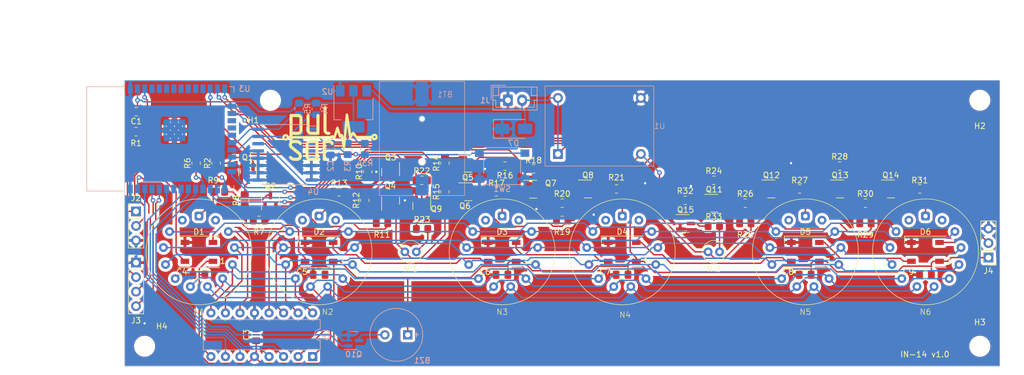
<source format=kicad_pcb>
(kicad_pcb (version 20221018) (generator pcbnew)
  (layers (0 "F.Cu" signal) (31 "B.Cu" signal) (34 "B.Paste" user) (35 "F.Paste" user) (36 "B.SilkS" user "B.Silkscreen") (37 "F.SilkS" user "F.Silkscreen") (38 "B.Mask" user) (39 "F.Mask" user) (44 "Edge.Cuts" user))
  (net 0 "")
  (net 1 "+3.3V")
  (net 2 "GND")
  (net 3 "+5V")
  (net 4 "/control/IO0")
  (net 5 "/control/RX")
  (net 6 "/control/TX")
  (net 7 "L1")
  (net 9 "DIG1")
  (net 10 "DIG2")
  (net 11 "DIG3")
  (net 12 "DIG4")
  (net 13 "DIG5")
  (net 14 "DIG6")
  (net 15 "DIG7")
  (net 16 "DIG8")
  (net 17 "DIG9")
  (net 18 "DIG0")
  (net 20 "L2")
  (net 23 "L3")
  (net 26 "L4")
  (net 29 "Net-(Q1-B)")
  (net 30 "/control/EN")
  (net 31 "Net-(Q2-B)")
  (net 32 "Net-(Q3-B)")
  (net 33 "Net-(Q3-C)")
  (net 34 "Net-(Q4-B)")
  (net 35 "HV")
  (net 36 "Net-(Q4-C)")
  (net 37 "Net-(Q5-B)")
  (net 38 "Net-(Q5-C)")
  (net 39 "Net-(Q6-B)")
  (net 40 "Net-(Q6-C)")
  (net 41 "Net-(Q7-B)")
  (net 42 "Net-(Q7-C)")
  (net 43 "Net-(Q8-B)")
  (net 44 "Net-(Q8-C)")
  (net 45 "Net-(Q9-B)")
  (net 46 "Net-(Q9-C)")
  (net 47 "Net-(Q1-C)")
  (net 48 "Net-(Q2-C)")
  (net 49 "Net-(U4-~{RST})")
  (net 50 "/control/SDA")
  (net 51 "/control/SCK")
  (net 52 "A1")
  (net 53 "A2")
  (net 54 "A3")
  (net 55 "A4")
  (net 56 "IN1")
  (net 57 "IN1_1")
  (net 62 "DEC2")
  (net 63 "DEC1")
  (net 64 "DEC3")
  (net 65 "DEC0")
  (net 73 "Net-(BT1-+)")
  (net 74 "/tubes/WS2812_OUT")
  (net 79 "Net-(D1-DOUT)")
  (net 80 "Net-(D2-DOUT)")
  (net 81 "Net-(D3-DOUT)")
  (net 82 "WS2812")
  (net 83 "Net-(BZ1--)")
  (net 84 "/control/BUZZ")
  (net 85 "L5")
  (net 88 "L6")
  (net 91 "IN2_1")
  (net 92 "Net-(Q11-B)")
  (net 93 "Net-(Q11-C)")
  (net 94 "Net-(Q12-B)")
  (net 95 "Net-(Q12-C)")
  (net 96 "Net-(Q13-B)")
  (net 97 "Net-(Q13-C)")
  (net 98 "Net-(Q14-B)")
  (net 99 "Net-(Q14-C)")
  (net 100 "Net-(Q15-B)")
  (net 101 "Net-(Q15-C)")
  (net 102 "A5")
  (net 103 "A6")
  (net 104 "IN2")
  (net 105 "Net-(D4-DOUT)")
  (net 106 "Net-(D5-DOUT)")
  (net 107 "/control/BTN2")
  (footprint "Resistor_SMD:R_0805_2012Metric_Pad1.20x1.40mm_HandSolder" (layer "F.Cu") (at 102 76)
    (fp_text reference "R23")
    (fp_text value "240k")
  )
  (footprint "Package_TO_SOT_SMD:SOT-23" (layer "F.Cu") (at 183.9375 69)
    (fp_text reference "Q14")
    (fp_text value "MMBTA92")
  )
  (footprint "Resistor_SMD:R_0805_2012Metric_Pad1.20x1.40mm_HandSolder" (layer "F.Cu") (at 66 64.5 -90)
    (fp_text reference "R2")
    (fp_text value "10k")
  )
  (footprint "project_library:logo" (layer "F.Cu") (at 86 59.5)
    (fp_text reference "G***" hide)
    (fp_text value "LOGO" hide)
  )
  (footprint "Resistor_SMD:R_0805_2012Metric_Pad1.20x1.40mm_HandSolder" (layer "F.Cu") (at 66.5 69.5)
    (fp_text reference "R9")
    (fp_text value "10k")
  )
  (footprint "Package_TO_SOT_SMD:SOT-23" (layer "F.Cu") (at 148.0625 75.05)
    (fp_text reference "Q15")
    (fp_text value "MMBTA42")
  )
  (footprint "Package_TO_SOT_SMD:SOT-23" (layer "F.Cu") (at 75.5 71 90)
    (fp_text reference "Q2")
    (fp_text value "MMBTA92")
  )
  (footprint "Resistor_SMD:R_0805_2012Metric_Pad1.20x1.40mm_HandSolder" (layer "F.Cu") (at 179.5 71.5)
    (fp_text reference "R30")
    (fp_text value "1m")
  )
  (footprint "Package_TO_SOT_SMD:SOT-23" (layer "F.Cu") (at 121.4375 69.05)
    (fp_text reference "Q7")
    (fp_text value "MMBTA42")
  )
  (footprint "Resistor_SMD:R_0805_2012Metric_Pad1.20x1.40mm_HandSolder" (layer "F.Cu") (at 121.5 65.5)
    (fp_text reference "R18")
    (fp_text value "3.3k")
  )
  (footprint "Capacitor_SMD:C_0805_2012Metric_Pad1.18x1.45mm_HandSolder" (layer "F.Cu") (at 63 84 180)
    (fp_text reference "C4")
    (fp_text value "100nF")
  )
  (footprint "LED_SMD:LED_WS2812B_PLCC4_5.0x5.0mm_P3.2mm" (layer "F.Cu") (at 169 80 180)
    (fp_text reference "D5")
    (fp_text value "WS2812B")
  )
  (footprint "Resistor_SMD:R_0805_2012Metric_Pad1.20x1.40mm_HandSolder" (layer "F.Cu") (at 73.5 74.5)
    (fp_text reference "R7")
    (fp_text value "10k")
  )
  (footprint "Package_TO_SOT_SMD:SOT-23" (layer "F.Cu") (at 175.0625 69)
    (fp_text reference "Q13")
    (fp_text value "MMBTA42")
  )
  (footprint "LED_SMD:LED_WS2812B_PLCC4_5.0x5.0mm_P3.2mm" (layer "F.Cu") (at 190 80 180)
    (fp_text reference "D6")
    (fp_text value "WS2812B")
  )
  (footprint "Package_TO_SOT_SMD:SOT-23" (layer "F.Cu") (at 96.5 71.0625 90)
    (fp_text reference "Q4")
    (fp_text value "MMBTA92")
  )
  (footprint "MountingHole:MountingHole_3.2mm_M3" (layer "F.Cu") (at 53.5 96.5)
    (fp_text reference "H4")
    (fp_text value "MountingHole")
  )
  (footprint "Connector_PinHeader_2.54mm:PinHeader_1x03_P2.54mm_Vertical" (layer "F.Cu") (at 201 81 180)
    (fp_text reference "J4")
    (fp_text value "Conn_01x02_Pin")
  )
  (footprint "Resistor_SMD:R_0805_2012Metric_Pad1.20x1.40mm_HandSolder" (layer "F.Cu") (at 175 65)
    (fp_text reference "R28")
    (fp_text value "3.3k")
  )
  (footprint "Package_TO_SOT_SMD:SOT-23" (layer "F.Cu") (at 163.0625 69)
    (fp_text reference "Q12")
    (fp_text value "MMBTA92")
  )
  (footprint "Package_TO_SOT_SMD:SOT-23" (layer "F.Cu") (at 110.0625 64.5)
    (fp_text reference "Q5")
    (fp_text value "MMBTA42")
  )
  (footprint "Connector_PinHeader_2.54mm:PinHeader_1x04_P2.54mm_Vertical" (layer "F.Cu") (at 52 81.88)
    (fp_text reference "J3")
    (fp_text value "Conn_01x06_Pin")
  )
  (footprint "Resistor_SMD:R_0805_2012Metric_Pad1.20x1.40mm_HandSolder" (layer "F.Cu") (at 87.5 69.5)
    (fp_text reference "R13")
    (fp_text value "10k")
  )
  (footprint "Capacitor_SMD:C_0805_2012Metric_Pad1.18x1.45mm_HandSolder" (layer "F.Cu") (at 190 84 180)
    (fp_text reference "C9")
    (fp_text value "100nF")
  )
  (footprint "Resistor_SMD:R_0805_2012Metric_Pad1.20x1.40mm_HandSolder" (layer "F.Cu") (at 168 69 180)
    (fp_text reference "R27")
    (fp_text value "10k")
  )
  (footprint "Resistor_SMD:R_0805_2012Metric_Pad1.20x1.40mm_HandSolder" (layer "F.Cu") (at 52 59)
    (fp_text reference "R1")
    (fp_text value "10k")
  )
  (footprint "project_library:IN-14_nixie_tube" (layer "F.Cu") (at 116 80)
    (fp_text reference "N3")
    (fp_text value "IN-14 nixie tube")
  )
  (footprint "Package_TO_SOT_SMD:SOT-23" (layer "F.Cu") (at 110.0625 69.5)
    (fp_text reference "Q6")
    (fp_text value "MMBTA92")
  )
  (footprint "Package_TO_SOT_SMD:SOT-23" (layer "F.Cu") (at 71.5 66.0625 -90)
    (fp_text reference "Q1")
    (fp_text value "MMBTA42")
  )
  (footprint "Resistor_SMD:R_0805_2012Metric_Pad1.20x1.40mm_HandSolder" (layer "F.Cu") (at 115 69.5 180)
    (fp_text reference "R17")
    (fp_text value "10k")
  )
  (footprint "Capacitor_SMD:C_0805_2012Metric_Pad1.18x1.45mm_HandSolder" (layer "F.Cu") (at 73 94.5 90)
    (fp_text reference "C3")
    (fp_text value "100nF")
  )
  (footprint "Resistor_SMD:R_0805_2012Metric_Pad1.20x1.40mm_HandSolder" (layer "F.Cu") (at 95 75)
    (fp_text reference "R11")
    (fp_text value "10k")
  )
  (footprint "project_library:IN-14_nixie_tube" (layer "F.Cu") (at 84 80)
    (fp_text reference "N2")
    (fp_text value "IN-14 nixie tube")
  )
  (footprint "Resistor_SMD:R_0805_2012Metric_Pad1.20x1.40mm_HandSolder" (layer "F.Cu") (at 148 71)
    (fp_text reference "R32")
    (fp_text value "3.3k")
  )
  (footprint "project_library:IN-14_nixie_tube" (layer "F.Cu") (at 137 80)
    (fp_text reference "N4")
    (fp_text value "IN-14 nixie tube")
  )
  (footprint "Resistor_SMD:R_0805_2012Metric_Pad1.20x1.40mm_HandSolder" (layer "F.Cu") (at 106 64.5 90)
    (fp_text reference "R14")
    (fp_text value "3.3k")
  )
  (footprint "Resistor_SMD:R_0805_2012Metric_Pad1.20x1.40mm_HandSolder" (layer "F.Cu") (at 126.5 71.5)
    (fp_text reference "R20")
    (fp_text value "1m")
  )
  (footprint "Package_TO_SOT_SMD:SOT-23" (layer "F.Cu") (at 96.5 66.0625 -90)
    (fp_text reference "Q3")
    (fp_text value "MMBTA42")
  )
  (footprint "Capacitor_SMD:C_0805_2012Metric_Pad1.18x1.45mm_HandSolder" (layer "F.Cu") (at 168.9625 84 180)
    (fp_text reference "C8")
    (fp_text value "100nF")
  )
  (footprint "project_library:IN-3_indicator" (layer "F.Cu") (at 153 80)
    (fp_text reference "NI2")
    (fp_text value "~")
  )
  (footprint "Resistor_SMD:R_0805_2012Metric_Pad1.20x1.40mm_HandSolder" (layer "F.Cu") (at 126.5 74.5)
    (fp_text reference "R19")
    (fp_text value "10k")
  )
  (footprint "Resistor_SMD:R_0805_2012Metric_Pad1.20x1.40mm_HandSolder" (layer "F.Cu") (at 101.95 67.5)
    (fp_text reference "R22")
    (fp_text value "3.3k")
  )
  (footprint "Connector_PinHeader_2.54mm:PinHeader_1x03_P2.54mm_Vertical" (layer "F.Cu") (at 52 72.92)
    (fp_text reference "J2")
    (fp_text value "Conn_01x02_Pin")
  )
  (footprint "project_library:IN-14_nixie_tube" (layer "F.Cu") (at 169 80)
    (fp_text reference "N5")
    (fp_text value "IN-14 nixie tube")
  )
  (footprint "LED_SMD:LED_WS2812B_PLCC4_5.0x5.0mm_P3.2mm" (layer "F.Cu") (at 116 80 180)
    (fp_text reference "D3")
    (fp_text value "WS2812B")
  )
  (footprint "Capacitor_SMD:C_0805_2012Metric_Pad1.18x1.45mm_HandSolder" (layer "F.Cu") (at 84 84 180)
    (fp_text reference "C5")
    (fp_text value "100nF")
  )
  (footprint "Resistor_SMD:R_0805_2012Metric_Pad1.20x1.40mm_HandSolder" (layer "F.Cu") (at 189 69 180)
    (fp_text reference "R31")
    (fp_text value "10k")
  )
  (footprint "MountingHole:MountingHole_3.2mm_M3" (layer "F.Cu") (at 199.5 53.5)
    (fp_text reference "H2")
    (fp_text value "MountingHole")
  )
  (footprint "Resistor_SMD:R_0805_2012Metric_Pad1.20x1.40mm_HandSolder" (layer "F.Cu") (at 92.5 66 90)
    (fp_text reference "R10")
    (fp_text value "3.3k")
  )
  (footprint "Resistor_SMD:R_0805_2012Metric_Pad1.20x1.40mm_HandSolder" (layer "F.Cu") (at 179.5 75)
    (fp_text reference "R29")
    (fp_text value "10k")
  )
  (footprint "Resistor_SMD:R_0805_2012Metric_Pad1.20x1.40mm_HandSolder" (layer "F.Cu") (at 158.5 71.5)
    (fp_text reference "R26")
    (fp_text value "1m")
  )
  (footprint "LED_SMD:LED_WS2812B_PLCC4_5.0x5.0mm_P3.2mm" (layer "F.Cu") (at 137 80 180)
    (fp_text reference "D4")
    (fp_text value "WS2812B")
  )
  (footprint "project_library:IN-14_nixie_tube" (layer "F.Cu") (at 190 80)
    (fp_text reference "N6")
    (fp_text value "IN-14 nixie tube")
  )
  (footprint "LED_SMD:LED_WS2812B_PLCC4_5.0x5.0mm_P3.2mm" (layer "F.Cu") (at 63 80 180)
    (fp_text reference "D1")
    (fp_text value "WS2812B")
  )
  (footprint "Resistor_SMD:R_0805_2012Metric_Pad1.20x1.40mm_HandSolder" (layer "F.Cu") (at 153 67.5)
    (fp_text reference "R24")
    (fp_text value "3.3k")
  )
  (footprint "Resistor_SMD:R_0805_2012Metric_Pad1.20x1.40mm_HandSolder" (layer "F.Cu") (at 153 75.5)
    (fp_text reference "R33")
    (fp_text value "240k")
  )
  (footprint "LED_SMD:LED_WS2812B_PLCC4_5.0x5.0mm_P3.2mm" (layer "F.Cu") (at 84 80 180)
    (fp_text reference "D2")
    (fp_text value "WS2812B")
  )
  (footprint "project_library:IN-3_indicator" (layer "F.Cu") (at 100 80)
    (fp_text reference "NI1")
    (fp_text value "~")
  )
  (footprint "project_library:IN-14_nixie_tube" (layer "F.Cu") (at 63 80)
    (fp_text reference "N1")
    (fp_text value "IN-14 nixie tube")
  )
  (footprint "Resistor_SMD:R_0805_2012Metric_Pad1.20x1.40mm_HandSolder" (layer "F.Cu") (at 158.5 75)
    (fp_text reference "R25")
    (fp_text value "10k")
  )
  (footprint "Resistor_SMD:R_0805_2012Metric_Pad1.20x1.40mm_HandSolder" (layer "F.Cu") (at 136 69 180)
    (fp_text reference "R21")
    (fp_text value "10k")
  )
  (footprint "Resistor_SMD:R_0805_2012Metric_Pad1.20x1.40mm_HandSolder" (layer "F.Cu") (at 71 71 -90)
    (fp_text reference "R8")
    (fp_text value "1m")
  )
  (footprint "Resistor_SMD:R_0805_2012Metric_Pad1.20x1.40mm_HandSolder" (layer "F.Cu") (at 106 69.5 -90)
    (fp_text reference "R15")
    (fp_text value "10k")
  )
  (footprint "Capacitor_SMD:C_0805_2012Metric_Pad1.18x1.45mm_HandSolder" (layer "F.Cu") (at 115.9625 84 180)
    (fp_text reference "C6")
    (fp_text value "100nF")
  )
  (footprint "Resistor_SMD:R_0805_2012Metric_Pad1.20x1.40mm_HandSolder" (layer "F.Cu") (at 62.5 64.5 90)
    (fp_text reference "R6")
    (fp_text value "3.3k")
  )
  (footprint "Capacitor_SMD:C_0805_2012Metric_Pad1.18x1.45mm_HandSolder" (layer "F.Cu") (at 136.9625 84 180)
    (fp_text reference "C7")
    (fp_text value "100nF")
  )
  (footprint "MountingHole:MountingHole_3.2mm_M3" (layer "F.Cu") (at 199.5 96.5)
    (fp_text reference "H3")
    (fp_text value "MountingHole")
  )
  (footprint "Resistor_SMD:R_0805_2012Metric_Pad1.20x1.40mm_HandSolder" (layer "F.Cu") (at 116.5 65 180)
    (fp_text reference "R16")
    (fp_text value "1m")
  )
  (footprint "MountingHole:MountingHole_3.2mm_M3" (layer "F.Cu") (at 75.5 53.5)
    (fp_text reference "H1")
    (fp_text value "MountingHole")
  )
  (footprint "Package_TO_SOT_SMD:SOT-23" (layer "F.Cu") (at 153.0625 71.5)
    (fp_text reference "Q11")
    (fp_text value "MMBTA42")
  )
  (footprint "Resistor_SMD:R_0805_2012Metric_Pad1.20x1.40mm_HandSolder" (layer "F.Cu") (at 92 71 -90)
    (fp_text reference "R12")
    (fp_text value "1m")
  )
  (footprint "Package_TO_SOT_SMD:SOT-23" (layer "F.Cu") (at 101.95 72 -90)
    (fp_text reference "Q9")
    (fp_text value "MMBTA42")
  )
  (footprint "Capacitor_SMD:C_0805_2012Metric_Pad1.18x1.45mm_HandSolder" (layer "F.Cu") (at 52.0375 55.5 180)
    (fp_text reference "C1")
    (fp_text value "100nF")
  )
  (footprint "Package_TO_SOT_SMD:SOT-23" (layer "F.Cu") (at 131 69)
    (fp_text reference "Q8")
    (fp_text value "MMBTA92")
  )
  (footprint "Package_DIP:DIP-16_W7.62mm" (layer "B.Cu") (at 82.875 98.3 90)
    (fp_text reference "U5")
    (fp_text value "74141")
  )
  (footprint "Connector_JST:JST_EH_B2B-EH-A_1x02_P2.50mm_Vertical" (layer "B.Cu") (at 117 53.5)
    (fp_text reference "J1")
    (fp_text value "Conn_01x02_Pin")
  )
  (footprint "Button_Switch_SMD:SW_Push_1P1T_NO_6x6mm_H9.5mm" (layer "B.Cu") (at 116 65)
    (fp_text reference "SW1")
    (fp_text value "SW_Push")
  )
  (footprint "Package_TO_SOT_SMD:SOT-23" (layer "B.Cu") (at 90.0625 95.5)
    (fp_text reference "Q10")
    (fp_text value "2N7002")
  )
  (footprint "Package_TO_SOT_SMD:SOT-223-3_TabPin2" (layer "B.Cu") (at 90 55 -90)
    (fp_text reference "U2")
    (fp_text value "AMS1117-3.3")
  )
  (footprint "Package_SO:SOIC-16W_7.5x10.3mm_P1.27mm" (layer "B.Cu") (at 78 63 180)
    (fp_text reference "U4")
    (fp_text value "DS3231M")
  )
  (footprint "Resistor_SMD:R_0805_2012Metric_Pad1.20x1.40mm_HandSolder" (layer "B.Cu") (at 83.5 55 -90)
    (fp_text reference "R4")
    (fp_text value "3.3k")
  )
  (footprint "Resistor_SMD:R_0805_2012Metric_Pad1.20x1.40mm_HandSolder" (layer "B.Cu") (at 89 62 -90)
    (fp_text reference "R3")
    (fp_text value "10k")
  )
  (footprint "Resistor_SMD:R_0805_2012Metric_Pad1.20x1.40mm_HandSolder" (layer "B.Cu") (at 80.5 55 -90)
    (fp_text reference "R5")
    (fp_text value "3.3k")
  )
  (footprint "Buzzer_Beeper:MagneticBuzzer_PUI_AT-0927-TT-6-R" (layer "B.Cu") (at 99.5 94.5 180)
    (fp_text reference "BZ1")
    (fp_text value "Buzzer")
  )
  (footprint "RF_Module:ESP32-WROOM-32D" (layer "B.Cu") (at 59.24 60.25 -90)
    (fp_text reference "U3")
    (fp_text value "ESP32-WROOM-32D")
  )
  (footprint "Resistor_SMD:R_0805_2012Metric_Pad1.20x1.40mm_HandSolder" (layer "B.Cu") (at 92 62 -90)
    (fp_text reference "R34")
    (fp_text value "10k")
  )
  (footprint "Diode_SMD:D_SMA" (layer "B.Cu") (at 118 58.5)
    (fp_text reference "D7")
    (fp_text value "SMAJ5.0CA")
  )
  (footprint "project_library:CR1220_battery_holder" (layer "B.Cu") (at 102 60.5 180)
    (fp_text reference "BT1")
    (fp_text value "Battery_Cell")
    (fp_circle (center 0 -3.75) (end 0.65 -3.75) (stroke (width 0.05)) (fill none) (layer "Edge.Cuts"))
    (fp_circle (center 0 3.75) (end 0.5 3.75) (stroke (width 0.05)) (fill none) (layer "Edge.Cuts"))
  )
  (footprint "project_library:max668_boost_regulator" (layer "B.Cu") (at 133 58)
    (fp_text reference "U1")
    (fp_text value "max688 boost regulator 5 to 170 V")
  )
  (footprint "Capacitor_SMD:C_0805_2012Metric_Pad1.18x1.45mm_HandSolder" (layer "B.Cu") (at 86 62.0375 -90)
    (fp_text reference "C2")
    (fp_text value "100nF")
  )
  (gr_line (start 50 100) (end 50 50) (stroke (width 0.1)) (layer "Edge.Cuts"))
  (gr_line (start 203 50) (end 203 100) (stroke (width 0.1)) (layer "Edge.Cuts"))
  (gr_line (start 50 100) (end 203 100) (stroke (width 0.1)) (layer "Edge.Cuts"))
  (gr_line (start 50 50) (end 203 50) (stroke (width 0.1)) (layer "Edge.Cuts"))
  (gr_text "IN-14 v1.0" (at 185.5 98.5) (layer "F.SilkS") (effects (font (size 1 1)) (justify left bottom)))
  (segment (start 66 63.5) (end 65 62.5) (width 0.25) (layer "F.Cu") (net 1))
  (segment (start 50.5 62.5) (end 50.5 60.5) (width 0.25) (layer "F.Cu") (net 1))
  (segment (start 50.5 60.5) (end 51 60) (width 0.25) (layer "F.Cu") (net 1))
  (segment (start 53.075 56.925) (end 53.075 55.5) (width 0.25) (layer "F.Cu") (net 1))
  (segment (start 65 62.5) (end 50.5 62.5) (width 0.25) (layer "F.Cu") (net 1))
  (segment (start 50.58 72.92) (end 50.5 73) (width 0.25) (layer "F.Cu") (net 1))
  (segment (start 52.26 53.5) (end 52.26 54.76) (width 0.25) (layer "F.Cu") (net 1))
  (segment (start 52.26 54.76) (end 53 55.5) (width 0.25) (layer "F.Cu") (net 1))
  (segment (start 51 60) (end 51 59) (width 0.25) (layer "F.Cu") (net 1))
  (segment (start 51 59) (end 53.075 56.925) (width 0.25) (layer "F.Cu") (net 1))
  (segment (start 50.5 82.92) (end 50.5 73) (width 0.25) (layer "F.Cu") (net 1))
  (segment (start 53 55.5) (end 53.075 55.5) (width 0.25) (layer "F.Cu") (net 1))
  (segment (start 52 84.42) (end 50.5 82.92) (width 0.25) (layer "F.Cu") (net 1))
  (segment (start 50.5 73) (end 50.5 62.5) (width 0.25) (layer "F.Cu") (net 1))
  (segment (start 52 72.92) (end 50.58 72.92) (width 0.25) (layer "F.Cu") (net 1))
  (via (at 52.26 53.5) (size 0.8) (drill 0.4) (layers "F.Cu" "B.Cu") (net 1))
  (segment (start 90 54) (end 90 58.15) (width 0.25) (layer "B.Cu") (net 1))
  (segment (start 86 61) (end 89 61) (width 0.25) (layer "B.Cu") (net 1))
  (segment (start 52.26 53.5) (end 52.26 51.5) (width 0.25) (layer "B.Cu") (net 1))
  (segment (start 89 61) (end 89 59.15) (width 0.25) (layer "B.Cu") (net 1))
  (segment (start 52.26 53.5) (end 52.974695 53.5) (width 0.25) (layer "B.Cu") (net 1))
  (segment (start 86 61) (end 85 61) (width 0.25) (layer "B.Cu") (net 1))
  (segment (start 52.974695 53.5) (end 53.239695 53.765) (width 0.25) (layer "B.Cu") (net 1))
  (segment (start 85 61) (end 83.825 59.825) (width 0.25) (layer "B.Cu") (net 1))
  (segment (start 91 61) (end 90 60) (width 0.25) (layer "B.Cu") (net 1))
  (segment (start 83.5 54) (end 90 54) (width 0.25) (layer "B.Cu") (net 1))
  (segment (start 90 60) (end 90 58.15) (width 0.25) (layer "B.Cu") (net 1))
  (segment (start 79 55.5) (end 80.5 54) (width 0.25) (layer "B.Cu") (net 1))
  (segment (start 89 59.15) (end 90 58.15) (width 0.25) (layer "B.Cu") (net 1))
  (segment (start 80.5 54) (end 83.5 54) (width 0.25) (layer "B.Cu") (net 1))
  (segment (start 90 51.85) (end 90 54) (width 0.25) (layer "B.Cu") (net 1))
  (segment (start 73.5 55.5) (end 79 55.5) (width 0.25) (layer "B.Cu") (net 1))
  (segment (start 83.825 59.825) (end 82.65 59.825) (width 0.25) (layer "B.Cu") (net 1))
  (segment (start 92 61) (end 91 61) (width 0.25) (layer "B.Cu") (net 1))
  (segment (start 71.765 53.765) (end 73.5 55.5) (width 0.25) (layer "B.Cu") (net 1))
  (segment (start 53.239695 53.765) (end 71.765 53.765) (width 0.25) (layer "B.Cu") (net 1))
  (via (at 132 73.5) (size 0.8) (drill 0.4) (layers "F.Cu" "B.Cu") (net 2))
  (via (at 166.5 64.5) (size 0.8) (drill 0.4) (layers "F.Cu" "B.Cu") (net 2))
  (via (at 149 68.5) (size 0.8) (drill 0.4) (layers "F.Cu" "B.Cu") (net 2))
  (via (at 122 72.5) (size 0.8) (drill 0.4) (layers "F.Cu" "B.Cu") (net 2))
  (via (at 141 68) (size 0.8) (drill 0.4) (layers "F.Cu" "B.Cu") (net 2))
  (via (at 113 65.5) (size 0.8) (drill 0.4) (layers "F.Cu" "B.Cu") (net 2))
  (via (at 99 71) (size 0.8) (drill 0.4) (layers "F.Cu" "B.Cu") (net 2))
  (via (at 94 66) (size 0.8) (drill 0.4) (layers "F.Cu" "B.Cu") (net 2))
  (via (at 53.5 92.5) (size 0.8) (drill 0.4) (layers "F.Cu" "B.Cu") (net 2))
  (segment (start 118.45 81.65) (end 119.65 81.65) (width 0.25) (layer "F.Cu") (net 3))
  (segment (start 142 62.5) (end 141 61.5) (width 0.25) (layer "F.Cu") (net 3))
  (segment (start 73.915 99.5) (end 84 99.5) (width 0.25) (layer "F.Cu") (net 3))
  (segment (start 117 82.5) (end 117 82) (width 0.25) (layer "F.Cu") (net 3))
  (segment (start 64.704009 99.5) (end 63.05 97.845991) (width 0.25) (layer "F.Cu") (net 3))
  (segment (start 170.35 81.65) (end 171.45 81.65) (width 0.25) (layer "F.Cu") (net 3))
  (segment (start 131.696719 83.303281) (end 132.5 82.5) (width 0.25) (layer "F.Cu") (net 3))
  (segment (start 117 82) (end 117.35 81.65) (width 0.25) (layer "F.Cu") (net 3))
  (segment (start 191.0375 84) (end 191.0375 82.5) (width 0.25) (layer "F.Cu") (net 3))
  (segment (start 63.05 82.95) (end 64.35 81.65) (width 0.25) (layer "F.Cu") (net 3))
  (segment (start 64.35 81.65) (end 65.45 81.65) (width 0.25) (layer "F.Cu") (net 3))
  (segment (start 139.45 81.65) (end 139.45 81.05) (width 0.25) (layer "F.Cu") (net 3))
  (segment (start 193.85 81.65) (end 194.5 81) (width 0.25) (layer "F.Cu") (net 3))
  (segment (start 185.075 83.5) (end 186.075 82.5) (width 0.25) (layer "F.Cu") (net 3))
  (segment (start 194.5 81) (end 201 81) (width 0.25) (layer "F.Cu") (net 3))
  (segment (start 112.496424 82.5) (end 117 82.5) (width 0.25) (layer "F.Cu") (net 3))
  (segment (start 174.5 83.5) (end 185.075 83.5) (width 0.25) (layer "F.Cu") (net 3))
  (segment (start 73 95.5375) (end 73 98.015) (width 0.25) (layer "F.Cu") (net 3))
  (segment (start 141 61.5) (end 127.15 61.5) (width 0.25) (layer "F.Cu") (net 3))
  (segment (start 63.05 97.845991) (end 63.05 84) (width 0.25) (layer "F.Cu") (net 3))
  (segment (start 142 63.474695) (end 142 62.5) (width 0.25) (layer "F.Cu") (net 3))
  (segment (start 73 98.015) (end 72.715 98.3) (width 0.25) (layer "F.Cu") (net 3))
  (segment (start 72.715 98.3) (end 71.515 99.5) (width 0.25) (layer "F.Cu") (net 3))
  (segment (start 86.582723 81.782723) (end 86.45 81.65) (width 0.25) (layer "F.Cu") (net 3))
  (segment (start 170 82.425) (end 170 82) (width 0.25) (layer "F.Cu") (net 3))
  (segment (start 192.45 81.65) (end 193.85 81.65) (width 0.25) (layer "F.Cu") (net 3))
  (segment (start 139.45 81.05) (end 138.375 79.975) (width 0.25) (layer "F.Cu") (net 3))
  (segment (start 138.375 79.975) (end 138.375 67.099695) (width 0.25) (layer "F.Cu") (net 3))
  (segment (start 186.075 82.5) (end 191.0375 82.5) (width 0.25) (layer "F.Cu") (net 3))
  (segment (start 170 84) (end 170 82) (width 0.25) (layer "F.Cu") (net 3))
  (segment (start 87.65 81.65) (end 90.5 84.5) (width 0.25) (layer "F.Cu") (net 3))
  (segment (start 71.515 99.5) (end 64.704009 99.5) (width 0.25) (layer "F.Cu") (net 3))
  (segment (start 163.908808 83.591192) (end 165.075 82.425) (width 0.25) (layer "F.Cu") (net 3))
  (segment (start 138.35 81.65) (end 139.45 81.65) (width 0.25) (layer "F.Cu") (net 3))
  (segment (start 90.5 84.5) (end 99.5 84.5) (width 0.25) (layer "F.Cu") (net 3))
  (segment (start 85.0375 84) (end 86.582723 84) (width 0.25) (layer "F.Cu") (net 3))
  (segment (start 142.681512 83.591192) (end 163.908808 83.591192) (width 0.25) (layer "F.Cu") (net 3))
  (segment (start 138 82.5) (end 138 82) (width 0.25) (layer "F.Cu") (net 3))
  (segment (start 171.45 81.65) (end 172.65 81.65) (width 0.25) (layer "F.Cu") (net 3))
  (segment (start 110.496424 84.5) (end 112.496424 82.5) (width 0.25) (layer "F.Cu") (net 3))
  (segment (start 64.0375 84) (end 63.05 84) (width 0.25) (layer "F.Cu") (net 3))
  (segment (start 117.35 81.65) (end 118.45 81.65) (width 0.25) (layer "F.Cu") (net 3))
  (segment (start 138 84) (end 138 82.5) (width 0.25) (layer "F.Cu") (net 3))
  (segment (start 127.15 61.5) (end 125.75 62.9) (width 0.25) (layer "F.Cu") (net 3))
  (segment (start 165.075 82.425) (end 170 82.425) (width 0.25) (layer "F.Cu") (net 3))
  (segment (start 121.303281 83.303281) (end 131.696719 83.303281) (width 0.25) (layer "F.Cu") (net 3))
  (segment (start 63.05 84) (end 63.05 82.95) (width 0.25) (layer "F.Cu") (net 3))
  (segment (start 140.74032 81.65) (end 142.681512 83.591192) (width 0.25) (layer "F.Cu") (net 3))
  (segment (start 172.65 81.65) (end 174.5 83.5) (width 0.25) (layer "F.Cu") (net 3))
  (segment (start 86.582723 96.917277) (end 86.582723 84) (width 0.25) (layer "F.Cu") (net 3))
  (segment (start 86.582723 84) (end 86.582723 81.782723) (width 0.25) (layer "F.Cu") (net 3))
  (segment (start 72.715 98.3) (end 73.915 99.5) (width 0.25) (layer "F.Cu") (net 3))
  (segment (start 191.35 81.65) (end 192.45 81.65) (width 0.25) (layer "F.Cu") (net 3))
  (segment (start 84 99.5) (end 86.582723 96.917277) (width 0.25) (layer "F.Cu") (net 3))
  (segment (start 119.65 81.65) (end 121.303281 83.303281) (width 0.25) (layer "F.Cu") (net 3))
  (segment (start 86.45 81.65) (end 87.65 81.65) (width 0.25) (layer "F.Cu") (net 3))
  (segment (start 191.0375 81.9625) (end 191.35 81.65) (width 0.25) (layer "F.Cu") (net 3))
  (segment (start 139.45 81.65) (end 140.74032 81.65) (width 0.25) (layer "F.Cu") (net 3))
  (segment (start 191.0375 82.5) (end 191.0375 81.9625) (width 0.25) (layer "F.Cu") (net 3))
  (segment (start 138.375 67.099695) (end 142 63.474695) (width 0.25) (layer "F.Cu") (net 3))
  (segment (start 138 82) (end 138.35 81.65) (width 0.25) (layer "F.Cu") (net 3))
  (segment (start 99.5 84.5) (end 110.496424 84.5) (width 0.25) (layer "F.Cu") (net 3))
  (segment (start 99.5 94.5) (end 99.5 84.5) (width 0.25) (layer "F.Cu") (net 3))
  (segment (start 132.5 82.5) (end 138 82.5) (width 0.25) (layer "F.Cu") (net 3))
  (segment (start 117 84) (end 117 82.5) (width 0.25) (layer "F.Cu") (net 3))
  (segment (start 170 82) (end 170.35 81.65) (width 0.25) (layer "F.Cu") (net 3))
  (segment (start 125.75 53.1) (end 125.75 62.9) (width 0.25) (layer "B.Cu") (net 3))
  (segment (start 93.35 51.85) (end 96.5 55) (width 0.25) (layer "B.Cu") (net 3))
  (segment (start 120 55.5) (end 119.5 55) (width 0.25) (layer "B.Cu") (net 3))
  (segment (start 120 58.5) (end 120 55.5) (width 0.25) (layer "B.Cu") (net 3))
  (segment (start 92.3 51.85) (end 93.35 51.85) (width 0.25) (layer "B.Cu") (net 3))
  (segment (start 124 53.5) (end 124.4 53.1) (width 0.25) (layer "B.Cu") (net 3))
  (segment (start 124.4 53.1) (end 125.75 53.1) (width 0.25) (layer "B.Cu") (net 3))
  (segment (start 119.5 55) (end 119.5 53.5) (width 0.25) (layer "B.Cu") (net 3))
  (segment (start 96.5 55) (end 119.5 55) (width 0.25) (layer "B.Cu") (net 3))
  (segment (start 119.5 53.5) (end 124 53.5) (width 0.25) (layer "B.Cu") (net 3))
  (segment (start 51.775 70.275) (end 53.5 72) (width 0.25) (layer "F.Cu") (net 4))
  (segment (start 52.04 75.46) (end 52 75.46) (width 0.25) (layer "F.Cu") (net 4))
  (segment (start 51.775 66.699695) (end 51.775 70.275) (width 0.25) (layer "F.Cu") (net 4))
  (segment (start 66.5 67) (end 66 66.5) (width 0.25) (layer "F.Cu") (net 4))
  (segment (start 53.5 74) (end 52.04 75.46) (width 0.25) (layer "F.Cu") (net 4))
  (segment (start 66 65.5) (end 64.863604 65.5) (width 0.25) (layer "F.Cu") (net 4))
  (segment (start 63.931802 64.568198) (end 53.906497 64.568198) (width 0.25) (layer "F.Cu") (net 4))
  (segment (start 67 67) (end 66.5 67) (width 0.25) (layer "F.Cu") (net 4))
  (segment (start 53.906497 64.568198) (end 51.775 66.699695) (width 0.25) (layer "F.Cu") (net 4))
  (segment (start 64.863604 65.5) (end 63.931802 64.568198) (width 0.25) (layer "F.Cu") (net 4))
  (segment (start 66 66.5) (end 66 65.5) (width 0.25) (layer "F.Cu") (net 4))
  (segment (start 53.5 72) (end 53.5 74) (width 0.25) (layer "F.Cu") (net 4))
  (via (at 67 67) (size 0.8) (drill 0.4) (layers "F.Cu" "B.Cu") (net 4))
  (segment (start 67.5 67.5) (end 67.5 69) (width 0.25) (layer "B.Cu") (net 4))
  (segment (start 67 67) (end 67.5 67.5) (width 0.25) (layer "B.Cu") (net 4))
  (segment (start 55 75) (end 55.45 74.55) (width 0.25) (layer "F.Cu") (net 5))
  (segment (start 55 86.5) (end 55 75) (width 0.25) (layer "F.Cu") (net 5))
  (segment (start 52 89.5) (end 55 86.5) (width 0.25) (layer "F.Cu") (net 5))
  (segment (start 55.45 74.55) (end 55.45 71.55) (width 0.25) (layer "F.Cu") (net 5))
  (segment (start 55.45 71.55) (end 56 71) (width 0.25) (layer "F.Cu") (net 5))
  (via (at 56 71) (size 0.8) (drill 0.4) (layers "F.Cu" "B.Cu") (net 5))
  (segment (start 56.07 70.93) (end 56.07 69) (width 0.25) (layer "B.Cu") (net 5))
  (segment (start 56 71) (end 56.07 70.93) (width 0.25) (layer "B.Cu") (net 5))
  (segment (start 55 71.018047) (end 55 73.5) (width 0.25) (layer "F.Cu") (net 6))
  (segment (start 54.978323 70.99637) (end 55 71.018047) (width 0.25) (layer "F.Cu") (net 6))
  (segment (start 55 73.5) (end 54.5 74) (width 0.25) (layer "F.Cu") (net 6))
  (segment (start 54.5 84.46) (end 52 86.96) (width 0.25) (layer "F.Cu") (net 6))
  (segment (start 54.5 74) (end 54.5 84.46) (width 0.25) (layer "F.Cu") (net 6))
  (via (at 54.978323 70.99637) (size 0.8) (drill 0.4) (layers "F.Cu" "B.Cu") (net 6))
  (segment (start 54.8 70.818047) (end 54.8 69) (width 0.25) (layer "B.Cu") (net 6))
  (segment (start 54.978323 70.99637) (end 54.8 70.818047) (width 0.25) (layer "B.Cu") (net 6))
  (segment (start 63 73.75) (end 65.5 71.25) (width 0.25) (layer "F.Cu") (net 7))
  (segment (start 65.5 71.25) (end 65.5 69.5) (width 0.25) (layer "F.Cu") (net 7))
  (segment (start 75.255 90.68) (end 75.255 78.245) (width 0.25) (layer "F.Cu") (net 9))
  (segment (start 77.050405 76.449595) (end 78.856351 76.449595) (width 0.25) (layer "F.Cu") (net 9))
  (segment (start 57.856351 76.449595) (end 57.906756 76.5) (width 0.25) (layer "F.Cu") (net 9))
  (segment (start 75.255 78.245) (end 77.050405 76.449595) (width 0.25) (layer "F.Cu") (net 9))
  (segment (start 141.5 75) (end 162.406756 75) (width 0.25) (layer "B.Cu") (net 9))
  (segment (start 119.050405 76.449595) (end 120.5 75) (width 0.25) (layer "B.Cu") (net 9))
  (segment (start 130.406756 75) (end 131.856351 76.449595) (width 0.25) (layer "B.Cu") (net 9))
  (segment (start 163.856351 76.449595) (end 172.050405 76.449595) (width 0.25) (layer "B.Cu") (net 9))
  (segment (start 132.61835 75.687596) (end 140.812404 75.687596) (width 0.25) (layer "B.Cu") (net 9))
  (segment (start 183.406756 75) (end 184.856351 76.449595) (width 0.25) (layer "B.Cu") (net 9))
  (segment (start 88.5 75) (end 109.406756 75) (width 0.25) (layer "B.Cu") (net 9))
  (segment (start 67.453835 75) (end 77.406756 75) (width 0.25) (layer "B.Cu") (net 9))
  (segment (start 109.406756 75) (end 110.856351 76.449595) (width 0.25) (layer "B.Cu") (net 9))
  (segment (start 57.906756 76.5) (end 65.953835 76.5) (width 0.25) (layer "B.Cu") (net 9))
  (segment (start 172.050405 76.449595) (end 173.5 75) (width 0.25) (layer "B.Cu") (net 9))
  (segment (start 162.406756 75) (end 163.856351 76.449595) (width 0.25) (layer "B.Cu") (net 9))
  (segment (start 110.856351 76.449595) (end 119.050405 76.449595) (width 0.25) (layer "B.Cu") (net 9))
  (segment (start 131.856351 76.449595) (end 132.61835 75.687596) (width 0.25) (layer "B.Cu") (net 9))
  (segment (start 87.050405 76.449595) (end 88.5 75) (width 0.25) (layer "B.Cu") (net 9))
  (segment (start 140.812404 75.687596) (end 141.5 75) (width 0.25) (layer "B.Cu") (net 9))
  (segment (start 65.953835 76.5) (end 67.453835 75) (width 0.25) (layer "B.Cu") (net 9))
  (segment (start 173.5 75) (end 183.406756 75) (width 0.25) (layer "B.Cu") (net 9))
  (segment (start 78.856351 76.449595) (end 87.050405 76.449595) (width 0.25) (layer "B.Cu") (net 9))
  (segment (start 77.406756 75) (end 78.856351 76.449595) (width 0.25) (layer "B.Cu") (net 9))
  (segment (start 120.5 75) (end 130.406756 75) (width 0.25) (layer "B.Cu") (net 9))
  (segment (start 77.79557 79.246646) (end 76.5 80.542216) (width 0.25) (layer "F.Cu") (net 10))
  (segment (start 76.5 89.385) (end 77.795 90.68) (width 0.25) (layer "F.Cu") (net 10))
  (segment (start 76.5 80.542216) (end 76.5 89.385) (width 0.25) (layer "F.Cu") (net 10))
  (segment (start 182.548924 78) (end 183.79557 79.246646) (width 0.25) (layer "B.Cu") (net 10))
  (segment (start 129.548924 78) (end 130.79557 79.246646) (width 0.25) (layer "B.Cu") (net 10))
  (segment (start 119.753354 79.246646) (end 121 78) (width 0.25) (layer "B.Cu") (net 10))
  (segment (start 141.253354 79.246646) (end 143 77.5) (width 0.25) (layer "B.Cu") (net 10))
  (segment (start 162.79557 79.246646) (end 173.253354 79.246646) (width 0.25) (layer "B.Cu") (net 10))
  (segment (start 173.253354 79.246646) (end 174.5 78) (width 0.25) (layer "B.Cu") (net 10))
  (segment (start 174.5 78) (end 182.548924 78) (width 0.25) (layer "B.Cu") (net 10))
  (segment (start 161.048924 77.5) (end 162.79557 79.246646) (width 0.25) (layer "B.Cu") (net 10))
  (segment (start 109.79557 79.246646) (end 119.753354 79.246646) (width 0.25) (layer "B.Cu") (net 10))
  (segment (start 56.79557 79.246646) (end 66.753354 79.246646) (width 0.25) (layer "B.Cu") (net 10))
  (segment (start 108.548924 78) (end 109.79557 79.246646) (width 0.25) (layer "B.Cu") (net 10))
  (segment (start 76.548924 78) (end 77.79557 79.246646) (width 0.25) (layer "B.Cu") (net 10))
  (segment (start 143 77.5) (end 161.048924 77.5) (width 0.25) (layer "B.Cu") (net 10))
  (segment (start 130.79557 79.246646) (end 141.253354 79.246646) (width 0.25) (layer "B.Cu") (net 10))
  (segment (start 77.79557 79.246646) (end 87.753354 79.246646) (width 0.25) (layer "B.Cu") (net 10))
  (segment (start 121 78) (end 129.548924 78) (width 0.25) (layer "B.Cu") (net 10))
  (segment (start 66.753354 79.246646) (end 68 78) (width 0.25) (layer "B.Cu") (net 10))
  (segment (start 89 78) (end 108.5 78) (width 0.25) (layer "B.Cu") (net 10))
  (segment (start 68 78) (end 76.548924 78) (width 0.25) (layer "B.Cu") (net 10))
  (segment (start 87.753354 79.246646) (end 89 78) (width 0.25) (layer "B.Cu") (net 10))
  (segment (start 78.156148 82.216281) (end 78.156148 88.501148) (width 0.25) (layer "F.Cu") (net 11))
  (segment (start 110.5 82.560133) (end 110.156148 82.216281) (width 0.25) (layer "F.Cu") (net 11))
  (segment (start 78.156148 88.501148) (end 80.335 90.68) (width 0.25) (layer "F.Cu") (net 11))
  (segment (start 140 81.5) (end 140.370719 81.129281) (width 0.25) (layer "B.Cu") (net 11))
  (segment (start 78.283719 82.216281) (end 79 81.5) (width 0.25) (layer "B.Cu") (net 11))
  (segment (start 57.156148 82.216281) (end 58.872429 80.5) (width 0.25) (layer "B.Cu") (net 11))
  (segment (start 76.716281 82.216281) (end 78.283719 82.216281) (width 0.25) (layer "B.Cu") (net 11))
  (segment (start 89.022882 81.5) (end 89.393601 81.129281) (width 0.25) (layer "B.Cu") (net 11))
  (segment (start 110.156148 82.216281) (end 110.872429 81.5) (width 0.25) (layer "B.Cu") (net 11))
  (segment (start 131.156148 82.216281) (end 131.872429 81.5) (width 0.25) (layer "B.Cu") (net 11))
  (segment (start 162.069148 81.129281) (end 163.156148 82.216281) (width 0.25) (layer "B.Cu") (net 11))
  (segment (start 120.5 81.5) (end 121 81) (width 0.25) (layer "B.Cu") (net 11))
  (segment (start 110.872429 81.5) (end 120.5 81.5) (width 0.25) (layer "B.Cu") (net 11))
  (segment (start 58.872429 80.5) (end 75 80.5) (width 0.25) (layer "B.Cu") (net 11))
  (segment (start 129.783719 82.216281) (end 131.156148 82.216281) (width 0.25) (layer "B.Cu") (net 11))
  (segment (start 89.393601 81.129281) (end 109.069148 81.129281) (width 0.25) (layer "B.Cu") (net 11))
  (segment (start 79 81.5) (end 89.022882 81.5) (width 0.25) (layer "B.Cu") (net 11))
  (segment (start 131.872429 81.5) (end 140 81.5) (width 0.25) (layer "B.Cu") (net 11))
  (segment (start 174.393601 81.129281) (end 183.069148 81.129281) (width 0.25) (layer "B.Cu") (net 11))
  (segment (start 75 80.5) (end 76.716281 82.216281) (width 0.25) (layer "B.Cu") (net 11))
  (segment (start 163.156148 82.216281) (end 163.872429 81.5) (width 0.25) (layer "B.Cu") (net 11))
  (segment (start 140.370719 81.129281) (end 162.069148 81.129281) (width 0.25) (layer "B.Cu") (net 11))
  (segment (start 121 81) (end 128.567438 81) (width 0.25) (layer "B.Cu") (net 11))
  (segment (start 163.872429 81.5) (end 174.022882 81.5) (width 0.25) (layer "B.Cu") (net 11))
  (segment (start 174.022882 81.5) (end 174.393601 81.129281) (width 0.25) (layer "B.Cu") (net 11))
  (segment (start 109.069148 81.129281) (end 110.156148 82.216281) (width 0.25) (layer "B.Cu") (net 11))
  (segment (start 128.567438 81) (end 129.783719 82.216281) (width 0.25) (layer "B.Cu") (net 11))
  (segment (start 183.069148 81.129281) (end 184.156148 82.216281) (width 0.25) (layer "B.Cu") (net 11))
  (segment (start 79.855483 87.660483) (end 82.875 90.68) (width 0.25) (layer "F.Cu") (net 12))
  (segment (start 79.855483 84.678192) (end 79.855483 87.660483) (width 0.25) (layer "F.Cu") (net 12))
  (segment (start 132.855483 84.678192) (end 134.533675 83) (width 0.25) (layer "B.Cu") (net 12))
  (segment (start 60.033675 83.5) (end 68.582367 83.5) (width 0.25) (layer "B.Cu") (net 12))
  (segment (start 175.178192 84.678192) (end 173.5 83) (width 0.25) (layer "B.Cu") (net 12))
  (segment (start 173.5 83) (end 166.533675 83) (width 0.25) (layer "B.Cu") (net 12))
  (segment (start 122.17998 84.678192) (end 132.855483 84.678192) (width 0.25) (layer "B.Cu") (net 12))
  (segment (start 68.582367 83.5) (end 69.760559 84.678192) (width 0.25) (layer "B.Cu") (net 12))
  (segment (start 142.393601 83.303281) (end 142.803281 83.303281) (width 0.25) (layer "B.Cu") (net 12))
  (segment (start 166.533675 83) (end 164.855483 84.678192) (width 0.25) (layer "B.Cu") (net 12))
  (segment (start 81.533675 83) (end 88.545596 83) (width 0.25) (layer "B.Cu") (net 12))
  (segment (start 120.501788 83) (end 122.17998 84.678192) (width 0.25) (layer "B.Cu") (net 12))
  (segment (start 142.09032 83) (end 142.393601 83.303281) (width 0.25) (layer "B.Cu") (net 12))
  (segment (start 185.855483 84.678192) (end 175.178192 84.678192) (width 0.25) (layer "B.Cu") (net 12))
  (segment (start 90.223788 84.678192) (end 111.855483 84.678192) (width 0.25) (layer "B.Cu") (net 12))
  (segment (start 134.533675 83) (end 142.09032 83) (width 0.25) (layer "B.Cu") (net 12))
  (segment (start 79.855483 84.678192) (end 81.533675 83) (width 0.25) (layer "B.Cu") (net 12))
  (segment (start 113.533675 83) (end 120.501788 83) (width 0.25) (layer "B.Cu") (net 12))
  (segment (start 142.803281 83.303281) (end 144.178192 84.678192) (width 0.25) (layer "B.Cu") (net 12))
  (segment (start 58.855483 84.678192) (end 60.033675 83.5) (width 0.25) (layer "B.Cu") (net 12))
  (segment (start 144.178192 84.678192) (end 164.855483 84.678192) (width 0.25) (layer "B.Cu") (net 12))
  (segment (start 111.855483 84.678192) (end 113.533675 83) (width 0.25) (layer "B.Cu") (net 12))
  (segment (start 69.760559 84.678192) (end 79.855483 84.678192) (width 0.25) (layer "B.Cu") (net 12))
  (segment (start 88.545596 83) (end 90.223788 84.678192) (width 0.25) (layer "B.Cu") (net 12))
  (segment (start 80.335 98.3) (end 85.5 93.135) (width 0.25) (layer "F.Cu") (net 13))
  (segment (start 85.5 89.064109) (end 82.504277 86.068386) (width 0.25) (layer "F.Cu") (net 13))
  (segment (start 85.5 93.135) (end 85.5 89.064109) (width 0.25) (layer "F.Cu") (net 13))
  (segment (start 86.445923 84.981386) (end 88.464537 87) (width 0.25) (layer "B.Cu") (net 13))
  (segment (start 63.072663 84.5) (end 61.504277 86.068386) (width 0.25) (layer "B.Cu") (net 13))
  (segment (start 134.572663 87) (end 135.504277 86.068386) (width 0.25) (layer "B.Cu") (net 13))
  (segment (start 115.572663 85) (end 117.026858 85) (width 0.25) (layer "B.Cu") (net 13))
  (segment (start 114.504277 86.068386) (end 115.572663 85) (width 0.25) (layer "B.Cu") (net 13))
  (segment (start 118.445923 84.981386) (end 120.464537 87) (width 0.25) (layer "B.Cu") (net 13))
  (segment (start 88.464537 87) (end 113.572663 87) (width 0.25) (layer "B.Cu") (net 13))
  (segment (start 81.572663 87) (end 67.5 87) (width 0.25) (layer "B.Cu") (net 13))
  (segment (start 82.504277 86.068386) (end 83.591277 84.981386) (width 0.25) (layer "B.Cu") (net 13))
  (segment (start 167.504277 86.068386) (end 169.072663 84.5) (width 0.25) (layer "B.Cu") (net 13))
  (segment (start 117.026858 85) (end 117.045472 84.981386) (width 0.25) (layer "B.Cu") (net 13))
  (segment (start 136.591277 84.981386) (end 139.481386 84.981386) (width 0.25) (layer "B.Cu") (net 13))
  (segment (start 166.742278 86.830385) (end 167.504277 86.068386) (width 0.25) (layer "B.Cu") (net 13))
  (segment (start 83.591277 84.981386) (end 86.445923 84.981386) (width 0.25) (layer "B.Cu") (net 13))
  (segment (start 117.045472 84.981386) (end 118.445923 84.981386) (width 0.25) (layer "B.Cu") (net 13))
  (segment (start 171 84.5) (end 173.330385 86.830385) (width 0.25) (layer "B.Cu") (net 13))
  (segment (start 139.481386 84.981386) (end 141.330385 86.830385) (width 0.25) (layer "B.Cu") (net 13))
  (segment (start 120.464537 87) (end 134.572663 87) (width 0.25) (layer "B.Cu") (net 13))
  (segment (start 135.504277 86.068386) (end 136.591277 84.981386) (width 0.25) (layer "B.Cu") (net 13))
  (segment (start 113.572663 87) (end 114.504277 86.068386) (width 0.25) (layer "B.Cu") (net 13))
  (segment (start 67.5 87) (end 65 84.5) (width 0.25) (layer "B.Cu") (net 13))
  (segment (start 82.504277 86.068386) (end 81.572663 87) (width 0.25) (layer "B.Cu") (net 13))
  (segment (start 173.330385 86.830385) (end 187.742278 86.830385) (width 0.25) (layer "B.Cu") (net 13))
  (segment (start 65 84.5) (end 63.072663 84.5) (width 0.25) (layer "B.Cu") (net 13))
  (segment (start 169.072663 84.5) (end 171 84.5) (width 0.25) (layer "B.Cu") (net 13))
  (segment (start 141.330385 86.830385) (end 166.742278 86.830385) (width 0.25) (layer "B.Cu") (net 13))
  (segment (start 187.742278 86.830385) (end 188.504277 86.068386) (width 0.25) (layer "B.Cu") (net 13))
  (segment (start 86 95.175) (end 86 86.572663) (width 0.25) (layer "F.Cu") (net 14))
  (segment (start 82.875 98.3) (end 86 95.175) (width 0.25) (layer "F.Cu") (net 14))
  (segment (start 86 86.572663) (end 85.495723 86.068386) (width 0.25) (layer "F.Cu") (net 14))
  (segment (start 189.564109 88) (end 191.495723 86.068386) (width 0.25) (layer "B.Cu") (net 14))
  (segment (start 117.495723 86.068386) (end 119.427337 88) (width 0.25) (layer "B.Cu") (net 14))
  (segment (start 136.564109 88) (end 138.495723 86.068386) (width 0.25) (layer "B.Cu") (net 14))
  (segment (start 85.431614 86.068386) (end 85.568386 86.068386) (width 0.25) (layer "B.Cu") (net 14))
  (segment (start 138.495723 86.068386) (end 140.427337 88) (width 0.25) (layer "B.Cu") (net 14))
  (segment (start 70.5 88) (end 83.5 88) (width 0.25) (layer "B.Cu") (net 14))
  (segment (start 168.5 88) (end 170.431614 86.068386) (width 0.25) (layer "B.Cu") (net 14))
  (segment (start 119.427337 88) (end 136.564109 88) (width 0.25) (layer "B.Cu") (net 14))
  (segment (start 64.495723 86.068386) (end 66.427337 88) (width 0.25) (layer "B.Cu") (net 14))
  (segment (start 172.427337 88) (end 189.564109 88) (width 0.25) (layer "B.Cu") (net 14))
  (segment (start 140.427337 88) (end 168.5 88) (width 0.25) (layer "B.Cu") (net 14))
  (segment (start 83.5 88) (end 85.431614 86.068386) (width 0.25) (layer "B.Cu") (net 14))
  (segment (start 66.427337 88) (end 70.5 88) (width 0.25) (layer "B.Cu") (net 14))
  (segment (start 170.431614 86.068386) (end 170.495723 86.068386) (width 0.25) (layer "B.Cu") (net 14))
  (segment (start 87.5 88) (end 115.564109 88) (width 0.25) (layer "B.Cu") (net 14))
  (segment (start 85.568386 86.068386) (end 87.5 88) (width 0.25) (layer "B.Cu") (net 14))
  (segment (start 115.564109 88) (end 117.495723 86.068386) (width 0.25) (layer "B.Cu") (net 14))
  (segment (start 170.495723 86.068386) (end 172.427337 88) (width 0.25) (layer "B.Cu") (net 14))
  (segment (start 65.095 98.3) (end 63.5 96.705) (width 0.25) (layer "F.Cu") (net 15))
  (segment (start 63.5 89.5) (end 67.144517 85.855483) (width 0.25) (layer "F.Cu") (net 15))
  (segment (start 63.5 96.705) (end 63.5 89.5) (width 0.25) (layer "F.Cu") (net 15))
  (segment (start 67.144517 85.855483) (end 67.144517 84.678192) (width 0.25) (layer "F.Cu") (net 15))
  (segment (start 142.231517 85.765192) (end 165.734808 85.765192) (width 0.25) (layer "B.Cu") (net 15))
  (segment (start 87.466325 84) (end 89.466325 86) (width 0.25) (layer "B.Cu") (net 15))
  (segment (start 173.144517 84.678192) (end 174.466325 86) (width 0.25) (layer "B.Cu") (net 15))
  (segment (start 174.466325 86) (end 186.5 86) (width 0.25) (layer "B.Cu") (net 15))
  (segment (start 120.144517 84.678192) (end 121.466325 86) (width 0.25) (layer "B.Cu") (net 15))
  (segment (start 80.5 86) (end 82.5 84) (width 0.25) (layer "B.Cu") (net 15))
  (segment (start 67.144517 84.678192) (end 68.466325 86) (width 0.25) (layer "B.Cu") (net 15))
  (segment (start 140.466325 84) (end 141.144517 84.678192) (width 0.25) (layer "B.Cu") (net 15))
  (segment (start 121.466325 86) (end 133.5 86) (width 0.25) (layer "B.Cu") (net 15))
  (segment (start 68.466325 86) (end 80.5 86) (width 0.25) (layer "B.Cu") (net 15))
  (segment (start 187.821808 84.678192) (end 194.144517 84.678192) (width 0.25) (layer "B.Cu") (net 15))
  (segment (start 119.466325 84) (end 120.144517 84.678192) (width 0.25) (layer "B.Cu") (net 15))
  (segment (start 82.5 84) (end 87.466325 84) (width 0.25) (layer "B.Cu") (net 15))
  (segment (start 165.734808 85.765192) (end 167.5 84) (width 0.25) (layer "B.Cu") (net 15))
  (segment (start 186.5 86) (end 187.821808 84.678192) (width 0.25) (layer "B.Cu") (net 15))
  (segment (start 141.144517 84.678192) (end 142.231517 85.765192) (width 0.25) (layer "B.Cu") (net 15))
  (segment (start 133.5 86) (end 135.5 84) (width 0.25) (layer "B.Cu") (net 15))
  (segment (start 167.5 84) (end 172.466325 84) (width 0.25) (layer "B.Cu") (net 15))
  (segment (start 112.5 86) (end 114.5 84) (width 0.25) (layer "B.Cu") (net 15))
  (segment (start 89.466325 86) (end 112.5 86) (width 0.25) (layer "B.Cu") (net 15))
  (segment (start 114.5 84) (end 119.466325 84) (width 0.25) (layer "B.Cu") (net 15))
  (segment (start 135.5 84) (end 140.466325 84) (width 0.25) (layer "B.Cu") (net 15))
  (segment (start 172.466325 84) (end 173.144517 84.678192) (width 0.25) (layer "B.Cu") (net 15))
  (segment (start 89.5 82.560133) (end 89.843852 82.216281) (width 0.25) (layer "F.Cu") (net 16))
  (segment (start 65.095 89.405) (end 68.843852 85.656148) (width 0.25) (layer "F.Cu") (net 16))
  (segment (start 65.095 90.68) (end 65.095 89.405) (width 0.25) (layer "F.Cu") (net 16))
  (segment (start 68.843852 85.656148) (end 68.843852 82.216281) (width 0.25) (layer "F.Cu") (net 16))
  (segment (start 174.843852 82.216281) (end 175.930852 83.303281) (width 0.25) (layer "B.Cu") (net 16))
  (segment (start 144.216281 82.216281) (end 145.5 83.5) (width 0.25) (layer "B.Cu") (net 16))
  (segment (start 79.496424 83.5) (end 80.780143 82.216281) (width 0.25) (layer "B.Cu") (net 16))
  (segment (start 80.780143 82.216281) (end 89.843852 82.216281) (width 0.25) (layer "B.Cu") (net 16))
  (segment (start 165.087 82.216281) (end 174.843852 82.216281) (width 0.25) (layer "B.Cu") (net 16))
  (segment (start 132 83.5) (end 133.283719 82.216281) (width 0.25) (layer "B.Cu") (net 16))
  (segment (start 123.127571 83.5) (end 132 83.5) (width 0.25) (layer "B.Cu") (net 16))
  (segment (start 68.843852 82.216281) (end 70.127571 83.5) (width 0.25) (layer "B.Cu") (net 16))
  (segment (start 175.930852 83.303281) (end 194.756852 83.303281) (width 0.25) (layer "B.Cu") (net 16))
  (segment (start 133.283719 82.216281) (end 142.843852 82.216281) (width 0.25) (layer "B.Cu") (net 16))
  (segment (start 70.127571 83.5) (end 79.496424 83.5) (width 0.25) (layer "B.Cu") (net 16))
  (segment (start 111 83.5) (end 112.283719 82.216281) (width 0.25) (layer "B.Cu") (net 16))
  (segment (start 112.283719 82.216281) (end 121.843852 82.216281) (width 0.25) (layer "B.Cu") (net 16))
  (segment (start 145.5 83.5) (end 163.803281 83.5) (width 0.25) (layer "B.Cu") (net 16))
  (segment (start 89.843852 82.216281) (end 91.127571 83.5) (width 0.25) (layer "B.Cu") (net 16))
  (segment (start 194.756852 83.303281) (end 195.843852 82.216281) (width 0.25) (layer "B.Cu") (net 16))
  (segment (start 91.127571 83.5) (end 111 83.5) (width 0.25) (layer "B.Cu") (net 16))
  (segment (start 163.803281 83.5) (end 165.087 82.216281) (width 0.25) (layer "B.Cu") (net 16))
  (segment (start 142.843852 82.216281) (end 144.216281 82.216281) (width 0.25) (layer "B.Cu") (net 16))
  (segment (start 121.843852 82.216281) (end 123.127571 83.5) (width 0.25) (layer "B.Cu") (net 16))
  (segment (start 70.5 85.068198) (end 70.5 80.542216) (width 0.25) (layer "F.Cu") (net 17))
  (segment (start 67.635 87.933198) (end 70.5 85.068198) (width 0.25) (layer "F.Cu") (net 17))
  (segment (start 70.5 80.542216) (end 69.20443 79.246646) (width 0.25) (layer "F.Cu") (net 17))
  (segment (start 67.635 90.68) (end 67.635 87.933198) (width 0.25) (layer "F.Cu") (net 17))
  (segment (start 107 78.5) (end 109 80.5) (width 0.25) (layer "B.Cu") (net 17))
  (segment (start 142.253354 79.246646) (end 143.20443 79.246646) (width 0.25) (layer "B.Cu") (net 17))
  (segment (start 161.5 80.5) (end 173.951076 80.5) (width 0.25) (layer "B.Cu") (net 17))
  (segment (start 173.951076 80.5) (end 175.20443 79.246646) (width 0.25) (layer "B.Cu") (net 17))
  (segment (start 195.11743 80.333646) (end 196.20443 79.246646) (width 0.25) (layer "B.Cu") (net 17))
  (segment (start 90.951076 78.5) (end 107 78.5) (width 0.25) (layer "B.Cu") (net 17))
  (segment (start 143.20443 79.246646) (end 143.951076 78.5) (width 0.25) (layer "B.Cu") (net 17))
  (segment (start 88.4 80.5) (end 89.653354 79.246646) (width 0.25) (layer "B.Cu") (net 17))
  (segment (start 121.253354 79.246646) (end 122.20443 79.246646) (width 0.25) (layer "B.Cu") (net 17))
  (segment (start 90.20443 79.246646) (end 90.951076 78.5) (width 0.25) (layer "B.Cu") (net 17))
  (segment (start 122.20443 79.246646) (end 128.246646 79.246646) (width 0.25) (layer "B.Cu") (net 17))
  (segment (start 89.653354 79.246646) (end 90.20443 79.246646) (width 0.25) (layer "B.Cu") (net 17))
  (segment (start 159.5 78.5) (end 161.5 80.5) (width 0.25) (layer "B.Cu") (net 17))
  (segment (start 128.246646 79.246646) (end 129.5 80.5) (width 0.25) (layer "B.Cu") (net 17))
  (segment (start 176.29143 80.333646) (end 195.11743 80.333646) (width 0.25) (layer "B.Cu") (net 17))
  (segment (start 143.951076 78.5) (end 159.5 78.5) (width 0.25) (layer "B.Cu") (net 17))
  (segment (start 129.5 80.5) (end 141 80.5) (width 0.25) (layer "B.Cu") (net 17))
  (segment (start 120 80.5) (end 121.253354 79.246646) (width 0.25) (layer "B.Cu") (net 17))
  (segment (start 141 80.5) (end 142.253354 79.246646) (width 0.25) (layer "B.Cu") (net 17))
  (segment (start 69.20443 79.246646) (end 75.746646 79.246646) (width 0.25) (layer "B.Cu") (net 17))
  (segment (start 77 80.5) (end 88.4 80.5) (width 0.25) (layer "B.Cu") (net 17))
  (segment (start 175.20443 79.246646) (end 176.29143 80.333646) (width 0.25) (layer "B.Cu") (net 17))
  (segment (start 109 80.5) (end 120 80.5) (width 0.25) (layer "B.Cu") (net 17))
  (segment (start 75.746646 79.246646) (end 77 80.5) (width 0.25) (layer "B.Cu") (net 17))
  (segment (start 69.449595 76.449595) (end 68.143649 76.449595) (width 0.25) (layer "F.Cu") (net 18))
  (segment (start 71.5 78.5) (end 69.449595 76.449595) (width 0.25) (layer "F.Cu") (net 18))
  (segment (start 70.175 90.68) (end 70.175 89.325) (width 0.25) (layer "F.Cu") (net 18))
  (segment (start 70.175 89.325) (end 71.5 88) (width 0.25) (layer "F.Cu") (net 18))
  (segment (start 71.5 88) (end 71.5 78.5) (width 0.25) (layer "F.Cu") (net 18))
  (segment (start 120.050405 76.449595) (end 121.143649 76.449595) (width 0.25) (layer "B.Cu") (net 18))
  (segment (start 68.143649 76.449595) (end 76.449595 76.449595) (width 0.25) (layer "B.Cu") (net 18))
  (segment (start 76.449595 76.449595) (end 78 78) (width 0.25) (layer "B.Cu") (net 18))
  (segment (start 142.143649 76.449595) (end 162.3191 76.449595) (width 0.25) (layer "B.Cu") (net 18))
  (segment (start 88.050405 76.449595) (end 89.143649 76.449595) (width 0.25) (layer "B.Cu") (net 18))
  (segment (start 174.143649 76.449595) (end 182.949595 76.449595) (width 0.25) (layer "B.Cu") (net 18))
  (segment (start 173.056649 77.536595) (end 174.143649 76.449595) (width 0.25) (layer "B.Cu") (net 18))
  (segment (start 163.4061 77.536595) (end 173.056649 77.536595) (width 0.25) (layer "B.Cu") (net 18))
  (segment (start 184.036595 77.536595) (end 194.056649 77.536595) (width 0.25) (layer "B.Cu") (net 18))
  (segment (start 78 78) (end 86.5 78) (width 0.25) (layer "B.Cu") (net 18))
  (segment (start 118.5 78) (end 120.050405 76.449595) (width 0.25) (layer "B.Cu") (net 18))
  (segment (start 121.143649 76.449595) (end 129.449595 76.449595) (width 0.25) (layer "B.Cu") (net 18))
  (segment (start 162.3191 76.449595) (end 163.4061 77.536595) (width 0.25) (layer "B.Cu") (net 18))
  (segment (start 194.056649 77.536595) (end 195.143649 76.449595) (width 0.25) (layer "B.Cu") (net 18))
  (segment (start 131 78) (end 139.546622 78) (width 0.25) (layer "B.Cu") (net 18))
  (segment (start 108.5 76.5) (end 110 78) (width 0.25) (layer "B.Cu") (net 18))
  (segment (start 141.097027 76.449595) (end 142.143649 76.449595) (width 0.25) (layer "B.Cu") (net 18))
  (segment (start 110 78) (end 118.5 78) (width 0.25) (layer "B.Cu") (net 18))
  (segment (start 139.546622 78) (end 141.097027 76.449595) (width 0.25) (layer "B.Cu") (net 18))
  (segment (start 89.143649 76.449595) (end 108.449595 76.449595) (width 0.25) (layer "B.Cu") (net 18))
  (segment (start 86.5 78) (end 88.050405 76.449595) (width 0.25) (layer "B.Cu") (net 18))
  (segment (start 182.949595 76.449595) (end 184.036595 77.536595) (width 0.25) (layer "B.Cu") (net 18))
  (segment (start 129.449595 76.449595) (end 131 78) (width 0.25) (layer "B.Cu") (net 18))
  (segment (start 84 73.75) (end 86.5 71.25) (width 0.25) (layer "F.Cu") (net 20))
  (segment (start 86.5 71.25) (end 86.5 69.5) (width 0.25) (layer "F.Cu") (net 20))
  (segment (start 116 73.75) (end 116 69.5) (width 0.25) (layer "F.Cu") (net 23))
  (segment (start 137 69.5) (end 137 73.75) (width 0.25) (layer "F.Cu") (net 26))
  (segment (start 62.5 63.5) (end 63.5 63.5) (width 0.25) (layer "F.Cu") (net 29))
  (segment (start 72.45 64.18125) (end 72.45 65.125) (width 0.25) (layer "F.Cu") (net 29))
  (segment (start 69 63.5) (end 71.76875 63.5) (width 0.25) (layer "F.Cu") (net 29))
  (segment (start 63.5 63.5) (end 64.5 64.5) (width 0.25) (layer "F.Cu") (net 29))
  (segment (start 68 64.5) (end 69 63.5) (width 0.25) (layer "F.Cu") (net 29))
  (segment (start 71.76875 63.5) (end 72.45 64.18125) (width 0.25) (layer "F.Cu") (net 29))
  (segment (start 64.5 64.5) (end 68 64.5) (width 0.25) (layer "F.Cu") (net 29))
  (segment (start 53 58) (end 53.9875 57.0125) (width 0.25) (layer "F.Cu") (net 30))
  (segment (start 53.9875 53.4875) (end 53.5 53) (width 0.25) (layer "F.Cu") (net 30))
  (segment (start 53 59) (end 53 58) (width 0.25) (layer "F.Cu") (net 30))
  (segment (start 53.9875 57.0125) (end 53.9875 53.4875) (width 0.25) (layer "F.Cu") (net 30))
  (via (at 53.5 53) (size 0.8) (drill 0.4) (layers "F.Cu" "B.Cu") (net 30))
  (segment (start 53.53 51.5) (end 53.53 52.97) (width 0.25) (layer "B.Cu") (net 30))
  (segment (start 53.53 52.97) (end 53.5 53) (width 0.25) (layer "B.Cu") (net 30))
  (segment (start 72.5 74.5) (end 72.6 74.4) (width 0.25) (layer "F.Cu") (net 31))
  (segment (start 72.5 75) (end 72.5 74.5) (width 0.25) (layer "F.Cu") (net 31))
  (segment (start 72.5 74.5) (end 72.5 72) (width 0.25) (layer "F.Cu") (net 31))
  (segment (start 72.5 72) (end 74.4875 72) (width 0.25) (layer "F.Cu") (net 31))
  (segment (start 71 72) (end 72.5 72) (width 0.25) (layer "F.Cu") (net 31))
  (segment (start 97.45 63.95) (end 97.45 65.125) (width 0.25) (layer "F.Cu") (net 32))
  (segment (start 92.5 65) (end 92.5 64) (width 0.25) (layer "F.Cu") (net 32))
  (segment (start 92.5 64) (end 93 63.5) (width 0.25) (layer "F.Cu") (net 32))
  (segment (start 93 63.5) (end 97 63.5) (width 0.25) (layer "F.Cu") (net 32))
  (segment (start 97 63.5) (end 97.45 63.95) (width 0.25) (layer "F.Cu") (net 32))
  (segment (start 93 70) (end 96 67) (width 0.25) (layer "F.Cu") (net 33))
  (segment (start 92 70) (end 93 70) (width 0.25) (layer "F.Cu") (net 33))
  (segment (start 96 67) (end 96.5 67) (width 0.25) (layer "F.Cu") (net 33))
  (segment (start 94 75) (end 94 72) (width 0.25) (layer "F.Cu") (net 34))
  (segment (start 94 72) (end 95.55 72) (width 0.25) (layer "F.Cu") (net 34))
  (segment (start 92 72) (end 94 72) (width 0.25) (layer "F.Cu") (net 34))
  (segment (start 114.913 74.413) (end 114.913 74.423434) (width 0.25) (layer "F.Cu") (net 35))
  (segment (start 116.0529 75.5529) (end 119.863251 75.5529) (width 0.25) (layer "F.Cu") (net 35))
  (segment (start 172.5 76) (end 165.5 76) (width 0.25) (layer "F.Cu") (net 35))
  (segment (start 106 70.5) (end 109.075 70.5) (width 0.25) (layer "F.Cu") (net 35))
  (segment (start 96 75) (end 96 75.5) (width 0.25) (layer "F.Cu") (net 35))
  (segment (start 87.900935 75.5529) (end 84.0529 75.5529) (width 0.25) (layer "F.Cu") (net 35))
  (segment (start 106 70.5) (end 106 77) (width 0.25) (layer "F.Cu") (net 35))
  (segment (start 130.0625 71.5) (end 130.0625 69.95) (width 0.25) (layer "F.Cu") (net 35))
  (segment (start 159.5 75) (end 160.5 75) (width 0.25) (layer "F.Cu") (net 35))
  (segment (start 88.453835 75) (end 87.900935 75.5529) (width 0.25) (layer "F.Cu") (net 35))
  (segment (start 84.0529 75.5529) (end 83.337 74.837) (width 0.25) (layer "F.Cu") (net 35))
  (segment (start 154.913 81.087) (end 159.5 76.5) (width 0.25) (layer "F.Cu") (net 35))
  (segment (start 109.075 70.5) (end 109.125 70.45) (width 0.25) (layer "F.Cu") (net 35))
  (segment (start 128.5 74.5) (end 130.0625 72.9375) (width 0.25) (layer "F.Cu") (net 35))
  (segment (start 96 75.5) (end 95.475 76.025) (width 0.25) (layer "F.Cu") (net 35))
  (segment (start 162.875 73.375) (end 162.125 73.375) (width 0.25) (layer "F.Cu") (net 35))
  (segment (start 180.5 75) (end 180.5 76) (width 0.25) (layer "F.Cu") (net 35))
  (segment (start 180 76.5) (end 176.5 76.5) (width 0.25) (layer "F.Cu") (net 35))
  (segment (start 140.25 62.9) (end 135.925 67.225) (width 0.25) (layer "F.Cu") (net 35))
  (segment (start 76.45 73.2078) (end 75.1578 74.5) (width 0.25) (layer "F.Cu") (net 35))
  (segment (start 82.913 74.413) (end 80.5 72) (width 0.25) (layer "F.Cu") (net 35))
  (segment (start 110.95 70.45) (end 114.913 74.413) (width 0.25) (layer "F.Cu") (net 35))
  (segment (start 97.45 75) (end 97.45 78.45) (width 0.25) (layer "F.Cu") (net 35))
  (segment (start 143.5 73.788408) (end 149.711592 80) (width 0.25) (layer "F.Cu") (net 35))
  (segment (start 96 75) (end 97.45 75) (width 0.25) (layer "F.Cu") (net 35))
  (segment (start 124.3799 75) (end 124.9049 75.525) (width 0.25) (layer "F.Cu") (net 35))
  (segment (start 162.125 73.375) (end 162.125 69.95) (width 0.25) (layer "F.Cu") (net 35))
  (segment (start 159.5 76.5) (end 159.5 75) (width 0.25) (layer "F.Cu") (net 35))
  (segment (start 153.087 81.087) (end 154.913 81.087) (width 0.25) (layer "F.Cu") (net 35))
  (segment (start 91.025 76.025) (end 90 75) (width 0.25) (layer "F.Cu") (net 35))
  (segment (start 165.5 76) (end 162.875 73.375) (width 0.25) (layer "F.Cu") (net 35))
  (segment (start 152 80) (end 153.087 81.087) (width 0.25) (layer "F.Cu") (net 35))
  (segment (start 130.0625 72.9375) (end 130.0625 71.5) (width 0.25) (layer "F.Cu") (net 35))
  (segment (start 90 75) (end 88.453835 75) (width 0.25) (layer "F.Cu") (net 35))
  (segment (start 126.475 75.525) (end 127.5 74.5) (width 0.25) (layer "F.Cu") (net 35))
  (segment (start 119.863251 75.5529) (end 120.416151 75) (width 0.25) (layer "F.Cu") (net 35))
  (segment (start 175 75) (end 173.5 75) (width 0.25) (layer "F.Cu") (net 35))
  (segment (start 180.5 76) (end 180 76.5) (width 0.25) (layer "F.Cu") (net 35))
  (segment (start 180.5 75) (end 180.5 74) (width 0.25) (layer "F.Cu") (net 35))
  (segment (start 83.337 74.837) (end 83.326566 74.837) (width 0.25) (layer "F.Cu") (net 35))
  (segment (start 95.475 76.025) (end 91.025 76.025) (width 0.25) (layer "F.Cu") (net 35))
  (segment (start 127.5 74.5) (end 128.5 74.5) (width 0.25) (layer "F.Cu") (net 35))
  (segment (start 109.125 70.45) (end 110.95 70.45) (width 0.25) (layer "F.Cu") (net 35))
  (segment (start 83.326566 74.837) (end 82.913 74.423434) (width 0.25) (layer "F.Cu") (net 35))
  (segment (start 75.1578 74.5) (end 74.5 74.5) (width 0.25) (layer "F.Cu") (net 35))
  (segment (start 80.5 72) (end 76.6211 72) (width 0.25) (layer "F.Cu") (net 35))
  (segment (start 135.925 67.225) (end 135.925 69.6951) (width 0.25) (layer "F.Cu") (net 35))
  (segment (start 97.45 72) (end 97.45 75) (width 0.25) (layer "F.Cu") (net 35))
  (segment (start 82.913 74.423434) (end 82.913 74.413) (width 0.25) (layer "F.Cu") (net 35))
  (segment (start 76.45 71.9375) (end 76.45 73.2078) (width 0.25) (layer "F.Cu") (net 35))
  (segment (start 74.5 74) (end 74.5 74.5) (width 0.25) (layer "F.Cu") (net 35))
  (segment (start 114.913 74.423434) (end 115.326566 74.837) (width 0.25) (layer "F.Cu") (net 35))
  (segment (start 120.416151 75) (end 124.3799 75) (width 0.25) (layer "F.Cu") (net 35))
  (segment (start 97.45 78.45) (end 99 80) (width 0.25) (layer "F.Cu") (net 35))
  (segment (start 106 77) (end 101.913 81.087) (width 0.25) (layer "F.Cu") (net 35))
  (segment (start 180.5 74) (end 183 71.5) (width 0.25) (layer "F.Cu") (net 35))
  (segment (start 134.1201 71.5) (end 130.0625 71.5) (width 0.25) (layer "F.Cu") (net 35))
  (segment (start 183 71.5) (end 183 69.95) (width 0.25) (layer "F.Cu") (net 35))
  (segment (start 135.925 69.6951) (end 134.1201 71.5) (width 0.25) (layer "F.Cu") (net 35))
  (segment (start 143.5 66.15) (end 143.5 73.788408) (width 0.25) (layer "F.Cu") (net 35))
  (segment (start 101.913 81.087) (end 100.087 81.087) (width 0.25) (layer "F.Cu") (net 35))
  (segment (start 149.711592 80) (end 152 80) (width 0.25) (layer "F.Cu") (net 35))
  (segment (start 115.326566 74.837) (end 115.337 74.837) (width 0.25) (layer "F.Cu") (net 35))
  (segment (start 160.5 75) (end 162.125 73.375) (width 0.25) (layer "F.Cu") (net 35))
  (segment (start 115.337 74.837) (end 116.0529 75.5529) (width 0.25) (layer "F.Cu") (net 35))
  (segment (start 124.9049 75.525) (end 126.475 75.525) (width 0.25) (layer "F.Cu") (net 35))
  (segment (start 100.087 81.087) (end 99 80) (width 0.25) (layer "F.Cu") (net 35))
  (segment (start 173.5 75) (end 172.5 76) (width 0.25) (layer "F.Cu") (net 35))
  (segment (start 176.5 76.5) (end 175 75) (width 0.25) (layer "F.Cu") (net 35))
  (via (at 143.5 66.15) (size 0.8) (drill 0.4) (layers "F.Cu" "B.Cu") (net 35))
  (segment (start 143.5 66.15) (end 140.25 62.9) (width 0.25) (layer "B.Cu") (net 35))
  (segment (start 89.8799 69.5) (end 91.3174 70.9375) (width 0.25) (layer "F.Cu") (net 36))
  (segment (start 88.5 69.5) (end 89.8799 69.5) (width 0.25) (layer "F.Cu") (net 36))
  (segment (start 95.0375 70.9375) (end 95.85 70.125) (width 0.25) (layer "F.Cu") (net 36))
  (segment (start 91.3174 70.9375) (end 95.0375 70.9375) (width 0.25) (layer "F.Cu") (net 36))
  (segment (start 95.85 70.125) (end 96.5 70.125) (width 0.25) (layer "F.Cu") (net 36))
  (segment (start 109.125 63.55) (end 106.05 63.55) (width 0.25) (layer "F.Cu") (net 37))
  (segment (start 106.05 63.55) (end 106 63.5) (width 0.25) (layer "F.Cu") (net 37))
  (segment (start 117 63.5) (end 112 63.5) (width 0.25) (layer "F.Cu") (net 38))
  (segment (start 112 63.5) (end 111 64.5) (width 0.25) (layer "F.Cu") (net 38))
  (segment (start 117.5 65) (end 117.5 64) (width 0.25) (layer "F.Cu") (net 38))
  (segment (start 117.5 64) (end 117 63.5) (width 0.25) (layer "F.Cu") (net 38))
  (segment (start 106.05 68.55) (end 106 68.5) (width 0.25) (layer "F.Cu") (net 39))
  (segment (start 115.5 66) (end 115.5 65) (width 0.25) (layer "F.Cu") (net 39))
  (segment (start 109.125 68.55) (end 112.95 68.55) (width 0.25) (layer "F.Cu") (net 39))
  (segment (start 112.95 68.55) (end 115.5 66) (width 0.25) (layer "F.Cu") (net 39))
  (segment (start 109.125 68.55) (end 106.05 68.55) (width 0.25) (layer "F.Cu") (net 39))
  (segment (start 114 69.5) (end 111 69.5) (width 0.25) (layer "F.Cu") (net 40))
  (segment (start 121.4 68.1) (end 122.5 67) (width 0.25) (layer "F.Cu") (net 41))
  (segment (start 122.5 67) (end 122.5 65.5) (width 0.25) (layer "F.Cu") (net 41))
  (segment (start 120.5 68.1) (end 121.4 68.1) (width 0.25) (layer "F.Cu") (net 41))
  (segment (start 125.5 71.5) (end 125.5 70.5) (width 0.25) (layer "F.Cu") (net 42))
  (segment (start 124.05 69.05) (end 122.375 69.05) (width 0.25) (layer "F.Cu") (net 42))
  (segment (start 125.5 70.5) (end 124.05 69.05) (width 0.25) (layer "F.Cu") (net 42))
  (segment (start 127.5 71.5) (end 127.5 69.5) (width 0.25) (layer "F.Cu") (net 43))
  (segment (start 127.5 69.5) (end 128.95 68.05) (width 0.25) (layer "F.Cu") (net 43))
  (segment (start 128.95 68.05) (end 130.0625 68.05) (width 0.25) (layer "F.Cu") (net 43))
  (segment (start 125.5 74.5) (end 127.5 72.5) (width 0.25) (layer "F.Cu") (net 43))
  (segment (start 127.5 72.5) (end 127.5 71.5) (width 0.25) (layer "F.Cu") (net 43))
  (segment (start 131.9375 69) (end 135 69) (width 0.25) (layer "F.Cu") (net 44))
  (segment (start 102.95 67.5) (end 102.95 71.0125) (width 0.25) (layer "F.Cu") (net 45))
  (segment (start 102.95 71.0125) (end 102.9 71.0625) (width 0.25) (layer "F.Cu") (net 45))
  (segment (start 101.95 74.05) (end 101.95 72.9375) (width 0.25) (layer "F.Cu") (net 46))
  (segment (start 101.95 72.9375) (end 101.95 72.95) (width 0.25) (layer "F.Cu") (net 46))
  (segment (start 101.95 72.95) (end 102 73) (width 0.25) (layer "F.Cu") (net 46))
  (segment (start 101 76) (end 101 75) (width 0.25) (layer "F.Cu") (net 46))
  (segment (start 101 75) (end 101.95 74.05) (width 0.25) (layer "F.Cu") (net 46))
  (segment (start 71 68.5) (end 71.5 68) (width 0.25) (layer "F.Cu") (net 47))
  (segment (start 71.5 68) (end 71.5 67) (width 0.25) (layer "F.Cu") (net 47))
  (segment (start 71 70) (end 71 68.5) (width 0.25) (layer "F.Cu") (net 47))
  (segment (start 70.4625 69.5) (end 71.0875 70.125) (width 0.25) (layer "F.Cu") (net 47))
  (segment (start 71.0875 70.125) (end 71.55 70.125) (width 0.25) (layer "F.Cu") (net 47))
  (segment (start 70.3049 70.925) (end 74.075 70.925) (width 0.25) (layer "F.Cu") (net 48))
  (segment (start 68.8799 69.5) (end 70.3049 70.925) (width 0.25) (layer "F.Cu") (net 48))
  (segment (start 74.075 70.925) (end 74.9375 70.0625) (width 0.25) (layer "F.Cu") (net 48))
  (segment (start 74.9375 70.0625) (end 75.5 70.0625) (width 0.25) (layer "F.Cu") (net 48))
  (segment (start 67.5 69.5) (end 68.8799 69.5) (width 0.25) (layer "F.Cu") (net 48))
  (segment (start 84.75 62) (end 84.385 62.365) (width 0.25) (layer "B.Cu") (net 49))
  (segment (start 89 63) (end 88.75 63) (width 0.25) (layer "B.Cu") (net 49))
  (segment (start 88.75 63) (end 87.75 62) (width 0.25) (layer "B.Cu") (net 49))
  (segment (start 87.75 62) (end 84.75 62) (width 0.25) (layer "B.Cu") (net 49))
  (segment (start 84.385 62.365) (end 82.65 62.365) (width 0.25) (layer "B.Cu") (net 49))
  (segment (start 78.675 59.825) (end 82.5 56) (width 0.25) (layer "B.Cu") (net 50))
  (segment (start 69.915001 62.16) (end 72.250001 59.825) (width 0.25) (layer "B.Cu") (net 50))
  (segment (start 68.75 62.16) (end 69.915001 62.16) (width 0.25) (layer "B.Cu") (net 50))
  (segment (start 73.35 59.825) (end 78.675 59.825) (width 0.25) (layer "B.Cu") (net 50))
  (segment (start 82.5 56) (end 83.5 56) (width 0.25) (layer "B.Cu") (net 50))
  (segment (start 72.250001 59.825) (end 73.35 59.825) (width 0.25) (layer "B.Cu") (net 50))
  (segment (start 71.945 58.555) (end 69.61 60.89) (width 0.25) (layer "B.Cu") (net 51))
  (segment (start 76.945 58.555) (end 79.5 56) (width 0.25) (layer "B.Cu") (net 51))
  (segment (start 73.35 58.555) (end 76.945 58.555) (width 0.25) (layer "B.Cu") (net 51))
  (segment (start 73.35 58.555) (end 71.945 58.555) (width 0.25) (layer "B.Cu") (net 51))
  (segment (start 69.61 60.89) (end 68.75 60.89) (width 0.25) (layer "B.Cu") (net 51))
  (segment (start 79.5 56) (end 80.5 56) (width 0.25) (layer "B.Cu") (net 51))
  (segment (start 62.5 65.5) (end 62.5 67) (width 0.25) (layer "F.Cu") (net 52))
  (via (at 62.5 67) (size 0.8) (drill 0.4) (layers "F.Cu" "B.Cu") (net 52))
  (segment (start 63.69 67.69) (end 63 67) (width 0.25) (layer "B.Cu") (net 52))
  (segment (start 63.69 69) (end 63.69 67.69) (width 0.25) (layer "B.Cu") (net 52))
  (segment (start 63 67) (end 62.5 67) (width 0.25) (layer "B.Cu") (net 52))
  (segment (start 82.725 71.275) (end 87 67) (width 0.25) (layer "F.Cu") (net 53))
  (segment (start 78 71.275) (end 82.725 71.275) (width 0.25) (layer "F.Cu") (net 53))
  (segment (start 87 67) (end 92.5 67) (width 0.25) (layer "F.Cu") (net 53))
  (via (at 78 71.275) (size 0.8) (drill 0.4) (layers "F.Cu" "B.Cu") (net 53))
  (segment (start 66.365901 71.275) (end 64.96 69.869099) (width 0.25) (layer "B.Cu") (net 53))
  (segment (start 78 71.275) (end 66.365901 71.275) (width 0.25) (layer "B.Cu") (net 53))
  (segment (start 64.96 69.869099) (end 64.96 69) (width 0.25) (layer "B.Cu") (net 53))
  (segment (start 102.1 62.6) (end 105 65.5) (width 0.25) (layer "F.Cu") (net 54))
  (segment (start 78 69.5) (end 83.227208 69.5) (width 0.25) (layer "F.Cu") (net 54))
  (segment (start 88.95 66.05) (end 92.4 62.6) (width 0.25) (layer "F.Cu") (net 54))
  (segment (start 83.227208 69.5) (end 86.677208 66.05) (width 0.25) (layer "F.Cu") (net 54))
  (segment (start 86.677208 66.05) (end 88.95 66.05) (width 0.25) (layer "F.Cu") (net 54))
  (segment (start 105 65.5) (end 106 65.5) (width 0.25) (layer "F.Cu") (net 54))
  (segment (start 92.4 62.6) (end 102.1 62.6) (width 0.25) (layer "F.Cu") (net 54))
  (via (at 78 69.5) (size 0.8) (drill 0.4) (layers "F.Cu" "B.Cu") (net 54))
  (segment (start 71.5 69.5) (end 68.75 66.75) (width 0.25) (layer "B.Cu") (net 54))
  (segment (start 78 69.5) (end 71.5 69.5) (width 0.25) (layer "B.Cu") (net 54))
  (segment (start 68.75 66.75) (end 68.75 65.97) (width 0.25) (layer "B.Cu") (net 54))
  (segment (start 79 68.775) (end 83.315812 68.775) (width 0.25) (layer "F.Cu") (net 55))
  (segment (start 92.213604 62.15) (end 117.15 62.15) (width 0.25) (layer "F.Cu") (net 55))
  (segment (start 88.763604 65.6) (end 92.213604 62.15) (width 0.25) (layer "F.Cu") (net 55))
  (segment (start 117.15 62.15) (end 120.5 65.5) (width 0.25) (layer "F.Cu") (net 55))
  (segment (start 83.315812 68.775) (end 86.490812 65.6) (width 0.25) (layer "F.Cu") (net 55))
  (segment (start 86.490812 65.6) (end 88.763604 65.6) (width 0.25) (layer "F.Cu") (net 55))
  (via (at 79 68.775) (size 0.8) (drill 0.4) (layers "F.Cu" "B.Cu") (net 55))
  (segment (start 69.7 64.7) (end 68.75 64.7) (width 0.25) (layer "B.Cu") (net 55))
  (segment (start 71.411396 68.775) (end 70 67.363604) (width 0.25) (layer "B.Cu") (net 55))
  (segment (start 70 67.363604) (end 70 65) (width 0.25) (layer "B.Cu") (net 55))
  (segment (start 70 65) (end 69.7 64.7) (width 0.25) (layer "B.Cu") (net 55))
  (segment (start 79 68.775) (end 71.411396 68.775) (width 0.25) (layer "B.Cu") (net 55))
  (segment (start 92.586396 63.05) (end 97.625 63.05) (width 0.25) (layer "F.Cu") (net 56))
  (segment (start 100.95 66.375) (end 100.95 67.5) (width 0.25) (layer "F.Cu") (net 56))
  (segment (start 79 70.55) (end 79 70.5) (width 0.25) (layer "F.Cu") (net 56))
  (segment (start 82.813604 70.55) (end 86.863604 66.5) (width 0.25) (layer "F.Cu") (net 56))
  (segment (start 86.863604 66.5) (end 89.136396 66.5) (width 0.25) (layer "F.Cu") (net 56))
  (segment (start 89.136396 66.5) (end 92.586396 63.05) (width 0.25) (layer "F.Cu") (net 56))
  (segment (start 79 70.55) (end 82.813604 70.55) (width 0.25) (layer "F.Cu") (net 56))
  (segment (start 97.625 63.05) (end 100.95 66.375) (width 0.25) (layer "F.Cu") (net 56))
  (via (at 79 70.5) (size 0.8) (drill 0.4) (layers "F.Cu" "B.Cu") (net 56))
  (segment (start 66.525 70.525) (end 66.23 70.23) (width 0.25) (layer "B.Cu") (net 56))
  (segment (start 78.975 70.525) (end 66.525 70.525) (width 0.25) (layer "B.Cu") (net 56))
  (segment (start 66.23 70.23) (end 66.23 69) (width 0.25) (layer "B.Cu") (net 56))
  (segment (start 79 70.5) (end 78.975 70.525) (width 0.25) (layer "B.Cu") (net 56))
  (segment (start 103 78) (end 101 80) (width 0.25) (layer "F.Cu") (net 57))
  (segment (start 103 76) (end 103 78) (width 0.25) (layer "F.Cu") (net 57))
  (segment (start 67.635 98.3) (end 67.635 95.271396) (width 0.25) (layer "B.Cu") (net 62))
  (segment (start 67.635 95.271396) (end 67.313604 94.95) (width 0.25) (layer "B.Cu") (net 62))
  (segment (start 64.313604 94.95) (end 53.53 84.166396) (width 0.25) (layer "B.Cu") (net 62))
  (segment (start 53.53 84.166396) (end 53.53 69) (width 0.25) (layer "B.Cu") (net 62))
  (segment (start 67.313604 94.95) (end 64.313604 94.95) (width 0.25) (layer "B.Cu") (net 62))
  (segment (start 54 84) (end 54 74.5) (width 0.25) (layer "B.Cu") (net 63))
  (segment (start 57.34 71.16) (end 57.34 69) (width 0.25) (layer "B.Cu") (net 63))
  (segment (start 70.175 98.3) (end 70.175 97.175) (width 0.25) (layer "B.Cu") (net 63))
  (segment (start 67.5 94.5) (end 64.5 94.5) (width 0.25) (layer "B.Cu") (net 63))
  (segment (start 64.5 94.5) (end 54 84) (width 0.25) (layer "B.Cu") (net 63))
  (segment (start 70.175 97.175) (end 67.5 94.5) (width 0.25) (layer "B.Cu") (net 63))
  (segment (start 54 74.5) (end 57.34 71.16) (width 0.25) (layer "B.Cu") (net 63))
  (segment (start 67.636396 94) (end 64.636396 94) (width 0.25) (layer "B.Cu") (net 64))
  (segment (start 59.88 70.12) (end 59.88 69) (width 0.25) (layer "B.Cu") (net 64))
  (segment (start 73.943604 96.988604) (end 70.625 96.988604) (width 0.25) (layer "B.Cu") (net 64))
  (segment (start 54.5 75.5) (end 59.88 70.12) (width 0.25) (layer "B.Cu") (net 64))
  (segment (start 54.5 83.863604) (end 54.5 75.5) (width 0.25) (layer "B.Cu") (net 64))
  (segment (start 75.255 98.3) (end 73.943604 96.988604) (width 0.25) (layer "B.Cu") (net 64))
  (segment (start 64.636396 94) (end 54.5 83.863604) (width 0.25) (layer "B.Cu") (net 64))
  (segment (start 70.625 96.988604) (end 67.636396 94) (width 0.25) (layer "B.Cu") (net 64))
  (segment (start 76.033604 96.538604) (end 70.811396 96.538604) (width 0.25) (layer "B.Cu") (net 65))
  (segment (start 54.95 83.677208) (end 54.95 76.2) (width 0.25) (layer "B.Cu") (net 65))
  (segment (start 61.15 70) (end 61.15 69) (width 0.25) (layer "B.Cu") (net 65))
  (segment (start 67.822792 93.55) (end 64.822792 93.55) (width 0.25) (layer "B.Cu") (net 65))
  (segment (start 77.795 98.3) (end 76.033604 96.538604) (width 0.25) (layer "B.Cu") (net 65))
  (segment (start 70.811396 96.538604) (end 67.822792 93.55) (width 0.25) (layer "B.Cu") (net 65))
  (segment (start 54.95 76.2) (end 61.15 70) (width 0.25) (layer "B.Cu") (net 65))
  (segment (start 64.822792 93.55) (end 54.95 83.677208) (width 0.25) (layer "B.Cu") (net 65))
  (segment (start 81.76 68.26) (end 74.595 61.095) (width 0.25) (layer "B.Cu") (net 73))
  (segment (start 102 68.26) (end 81.76 68.26) (width 0.25) (layer "B.Cu") (net 73))
  (segment (start 74.595 61.095) (end 73.35 61.095) (width 0.25) (layer "B.Cu") (net 73))
  (segment (start 195.15 78.35) (end 196 77.5) (width 0.25) (layer "F.Cu") (net 74))
  (segment (start 192.45 78.35) (end 195.15 78.35) (width 0.25) (layer "F.Cu") (net 74))
  (segment (start 196 77.5) (end 200.04 77.5) (width 0.25) (layer "F.Cu") (net 74))
  (segment (start 200.04 77.5) (end 201 78.46) (width 0.25) (layer "F.Cu") (net 74))
  (segment (start 77.250405 75.999595) (end 77.887405 75.362595) (width 0.25) (layer "F.Cu") (net 79))
  (segment (start 70.5 75) (end 71.499595 75.999595) (width 0.25) (layer "F.Cu") (net 79))
  (segment (start 80.412595 79.912595) (end 81.55 81.05) (width 0.25) (layer "F.Cu") (net 79))
  (segment (start 80.412595 76.162595) (end 80.412595 79.912595) (width 0.25) (layer "F.Cu") (net 79))
  (segment (start 65.45 78.35) (end 65.45 77.05) (width 0.25) (layer "F.Cu") (net 79))
  (segment (start 77.887405 75.362595) (end 79.612595 75.362595) (width 0.25) (layer "F.Cu") (net 79))
  (segment (start 67.5 75) (end 70.5 75) (width 0.25) (layer "F.Cu") (net 79))
  (segment (start 81.55 81.05) (end 81.55 81.65) (width 0.25) (layer "F.Cu") (net 79))
  (segment (start 65.45 77.05) (end 67.5 75) (width 0.25) (layer "F.Cu") (net 79))
  (segment (start 71.499595 75.999595) (end 77.250405 75.999595) (width 0.25) (layer "F.Cu") (net 79))
  (segment (start 79.612595 75.362595) (end 80.412595 76.162595) (width 0.25) (layer "F.Cu") (net 79))
  (segment (start 108 82) (end 108.870719 81.129281) (width 0.25) (layer "F.Cu") (net 80))
  (segment (start 108.870719 81.129281) (end 112.129281 81.129281) (width 0.25) (layer "F.Cu") (net 80))
  (segment (start 86.45 79.45) (end 87.5 80.5) (width 0.25) (layer "F.Cu") (net 80))
  (segment (start 112.129281 81.129281) (end 112.65 81.65) (width 0.25) (layer "F.Cu") (net 80))
  (segment (start 86.45 78.35) (end 86.45 79.45) (width 0.25) (layer "F.Cu") (net 80))
  (segment (start 87.5 80.5) (end 90.5 80.5) (width 0.25) (layer "F.Cu") (net 80))
  (segment (start 112.65 81.65) (end 113.55 81.65) (width 0.25) (layer "F.Cu") (net 80))
  (segment (start 92 82) (end 108 82) (width 0.25) (layer "F.Cu") (net 80))
  (segment (start 90.5 80.5) (end 92 82) (width 0.25) (layer "F.Cu") (net 80))
  (segment (start 133.15 81.65) (end 134.55 81.65) (width 0.25) (layer "F.Cu") (net 81))
  (segment (start 118.45 78.35) (end 118.45 79.45) (width 0.25) (layer "F.Cu") (net 81))
  (segment (start 118.45 79.45) (end 119.5 80.5) (width 0.25) (layer "F.Cu") (net 81))
  (segment (start 132 80.5) (end 133.15 81.65) (width 0.25) (layer "F.Cu") (net 81))
  (segment (start 119.5 80.5) (end 132 80.5) (width 0.25) (layer "F.Cu") (net 81))
  (segment (start 52.5 67) (end 53 67) (width 0.25) (layer "F.Cu") (net 82))
  (segment (start 59.00848 80.10848) (end 60.55 81.65) (width 0.25) (layer "F.Cu") (net 82))
  (segment (start 56.725 67.225) (end 59.00848 69.50848) (width 0.25) (layer "F.Cu") (net 82))
  (segment (start 53 67) (end 53.225 67.225) (width 0.25) (layer "F.Cu") (net 82))
  (segment (start 53.225 67.225) (end 56.725 67.225) (width 0.25) (layer "F.Cu") (net 82))
  (segment (start 59.00848 69.50848) (end 59.00848 80.10848) (width 0.25) (layer "F.Cu") (net 82))
  (via (at 52.5 67) (size 0.8) (drill 0.4) (layers "F.Cu" "B.Cu") (net 82))
  (segment (start 52.5 67) (end 52.26 67.24) (width 0.25) (layer "B.Cu") (net 82))
  (segment (start 52.26 67.24) (end 52.26 69) (width 0.25) (layer "B.Cu") (net 82))
  (segment (start 91 95.011592) (end 91.511592 94.5) (width 0.25) (layer "B.Cu") (net 83))
  (segment (start 91 95.5) (end 91 95.011592) (width 0.25) (layer "B.Cu") (net 83))
  (segment (start 91.511592 94.5) (end 95.5 94.5) (width 0.25) (layer "B.Cu") (net 83))
  (segment (start 62.42 69) (end 62.42 70) (width 0.25) (layer "B.Cu") (net 84))
  (segment (start 65.1 93.1) (end 68.1 93.1) (width 0.25) (layer "B.Cu") (net 84))
  (segment (start 62.5 68.92) (end 62.42 69) (width 0.25) (layer "B.Cu") (net 84))
  (segment (start 62.42 70) (end 55.5 76.92) (width 0.25) (layer "B.Cu") (net 84))
  (segment (start 86 94.5) (end 87.95 96.45) (width 0.25) (layer "B.Cu") (net 84))
  (segment (start 87.95 96.45) (end 89.125 96.45) (width 0.25) (layer "B.Cu") (net 84))
  (segment (start 55.5 83.5) (end 65.1 93.1) (width 0.25) (layer "B.Cu") (net 84))
  (segment (start 68.1 93.1) (end 69.5 94.5) (width 0.25) (layer "B.Cu") (net 84))
  (segment (start 55.5 76.92) (end 55.5 83.5) (width 0.25) (layer "B.Cu") (net 84))
  (segment (start 69.5 94.5) (end 86 94.5) (width 0.25) (layer "B.Cu") (net 84))
  (segment (start 169 73.75) (end 169 69) (width 0.25) (layer "F.Cu") (net 85))
  (segment (start 190 73.75) (end 190 69) (width 0.25) (layer "F.Cu") (net 88))
  (segment (start 154 80) (end 154 75.5) (width 0.25) (layer "F.Cu") (net 91))
  (segment (start 152.95 70.55) (end 154 69.5) (width 0.25) (layer "F.Cu") (net 92))
  (segment (start 152.125 70.55) (end 152.95 70.55) (width 0.25) (layer "F.Cu") (net 92))
  (segment (start 154 69.5) (end 154 67.5) (width 0.25) (layer "F.Cu") (net 92))
  (segment (start 157.5 71.5) (end 154 71.5) (width 0.25) (layer "F.Cu") (net 93))
  (segment (start 159.5 71.5) (end 159.5 69.5) (width 0.25) (layer "F.Cu") (net 94))
  (segment (start 157.5 75) (end 157.5 73.5) (width 0.25) (layer "F.Cu") (net 94))
  (segment (start 159.5 69.5) (end 160.95 68.05) (width 0.25) (layer "F.Cu") (net 94))
  (segment (start 157.5 73.5) (end 159.5 71.5) (width 0.25) (layer "F.Cu") (net 94))
  (segment (start 160.95 68.05) (end 162.125 68.05) (width 0.25) (layer "F.Cu") (net 94))
  (segment (start 167 69) (end 164 69) (width 0.25) (layer "F.Cu") (net 95))
  (segment (start 174.125 67.125) (end 176 65.25) (width 0.25) (layer "F.Cu") (net 96))
  (segment (start 176 65.25) (end 176 65) (width 0.25) (layer "F.Cu") (net 96))
  (segment (start 174.125 68.05) (end 174.125 67.125) (width 0.25) (layer "F.Cu") (net 96))
  (segment (start 178.5 71.5) (end 178.5 70.5) (width 0.25) (layer "F.Cu") (net 97))
  (segment (start 177 69) (end 176 69) (width 0.25) (layer "F.Cu") (net 97))
  (segment (start 178.5 70.5) (end 177 69) (width 0.25) (layer "F.Cu") (net 97))
  (segment (start 178.5 73.5) (end 180.5 71.5) (width 0.25) (layer "F.Cu") (net 98))
  (segment (start 178.5 75) (end 178.5 73.5) (width 0.25) (layer "F.Cu") (net 98))
  (segment (start 180.5 69.5) (end 180.5 71.5) (width 0.25) (layer "F.Cu") (net 98))
  (segment (start 183 68.05) (end 181.95 68.05) (width 0.25) (layer "F.Cu") (net 98))
  (segment (start 181.95 68.05) (end 180.5 69.5) (width 0.25) (layer "F.Cu") (net 98))
  (segment (start 184.875 69) (end 188 69) (width 0.25) (layer "F.Cu") (net 99))
  (segment (start 147.125 74.1) (end 148.4 74.1) (width 0.25) (layer "F.Cu") (net 100))
  (segment (start 148.4 74.1) (end 149 73.5) (width 0.25) (layer "F.Cu") (net 100))
  (segment (start 149 73.5) (end 149 71) (width 0.25) (layer "F.Cu") (net 100))
  (segment (start 150.5 75.5) (end 150.05 75.05) (width 0.25) (layer "F.Cu") (net 101))
  (segment (start 150.05 75.05) (end 149 75.05) (width 0.25) (layer "F.Cu") (net 101))
  (segment (start 152 75.5) (end 150.5 75.5) (width 0.25) (layer "F.Cu") (net 101))
  (segment (start 66.775 53.300305) (end 67.199695 53.725) (width 0.25) (layer "F.Cu") (net 102))
  (segment (start 144.1 60.6) (end 151 67.5) (width 0.25) (layer "F.Cu") (net 102))
  (segment (start 124.113604 61.25) (end 124.763604 60.6) (width 0.25) (layer "F.Cu") (net 102))
  (segment (start 151 67.5) (end 152 67.5) (width 0.25) (layer "F.Cu") (net 102))
  (segment (start 71.025305 56) (end 76.275305 61.25) (width 0.25) (layer "F.Cu") (net 102))
  (segment (start 67.199695 53.725) (end 67.225 53.725) (width 0.25) (layer "F.Cu") (net 102))
  (segment (start 67.225 53.725) (end 69.5 56) (width 0.25) (layer "F.Cu") (net 102))
  (segment (start 76.275305 61.25) (end 124.113604 61.25) (width 0.25) (layer "F.Cu") (net 102))
  (segment (start 69.5 56) (end 71.025305 56) (width 0.25) (layer "F.Cu") (net 102))
  (segment (start 124.763604 60.6) (end 144.1 60.6) (width 0.25) (layer "F.Cu") (net 102))
  (segment (start 66.775 53.275) (end 66.775 53.300305) (width 0.25) (layer "F.Cu") (net 102))
  (segment (start 66.5 53) (end 66.775 53.275) (width 0.25) (layer "F.Cu") (net 102))
  (via (at 66.5 53) (size 0.8) (drill 0.4) (layers "F.Cu" "B.Cu") (net 102))
  (segment (start 66.23 51.5) (end 66.23 52.73) (width 0.25) (layer "B.Cu") (net 102))
  (segment (start 66.23 52.73) (end 66.5 53) (width 0.25) (layer "B.Cu") (net 102))
  (segment (start 168.15 60.15) (end 124.577208 60.15) (width 0.25) (layer "F.Cu") (net 103))
  (segment (start 70.05 55.55) (end 67.5 53) (width 0.25) (layer "F.Cu") (net 103))
  (segment (start 123.927208 60.8) (end 76.461701 60.8) (width 0.25) (layer "F.Cu") (net 103))
  (segment (start 173 65) (end 168.15 60.15) (width 0.25) (layer "F.Cu") (net 103))
  (segment (start 174 65) (end 173 65) (width 0.25) (layer "F.Cu") (net 103))
  (segment (start 71.211701 55.55) (end 70.05 55.55) (width 0.25) (layer "F.Cu") (net 103))
  (segment (start 124.577208 60.15) (end 123.927208 60.8) (width 0.25) (layer "F.Cu") (net 103))
  (segment (start 76.461701 60.8) (end 71.211701 55.55) (width 0.25) (layer "F.Cu") (net 103))
  (via (at 67.5 53) (size 0.8) (drill 0.4) (layers "F.Cu" "B.Cu") (net 103))
  (segment (start 67.5 53) (end 67.5 51.5) (width 0.25) (layer "B.Cu") (net 103))
  (segment (start 75.7 61.7) (end 124.3 61.7) (width 0.25) (layer "F.Cu") (net 104))
  (segment (start 71 57) (end 75.7 61.7) (width 0.25) (layer "F.Cu") (net 104))
  (segment (start 141.55 61.05) (end 147 66.5) (width 0.25) (layer "F.Cu") (net 104))
  (segment (start 124.95 61.05) (end 141.55 61.05) (width 0.25) (layer "F.Cu") (net 104))
  (segment (start 147 66.5) (end 147 71) (width 0.25) (layer "F.Cu") (net 104))
  (segment (start 124.3 61.7) (end 124.95 61.05) (width 0.25) (layer "F.Cu") (net 104))
  (via (at 71 57) (size 0.8) (drill 0.4) (layers "F.Cu" "B.Cu") (net 104))
  (segment (start 68.75 55.81) (end 69.81 55.81) (width 0.25) (layer "B.Cu") (net 104))
  (segment (start 69.81 55.81) (end 71 57) (width 0.25) (layer "B.Cu") (net 104))
  (segment (start 165.65 81.65) (end 166.55 81.65) (width 0.25) (layer "F.Cu") (net 105))
  (segment (start 162.167589 81) (end 165 81) (width 0.25) (layer "F.Cu") (net 105))
  (segment (start 144 80.5) (end 145.5 82) (width 0.25) (layer "F.Cu") (net 105))
  (segment (start 139.45 78.35) (end 140.35 78.35) (width 0.25) (layer "F.Cu") (net 105))
  (segment (start 145.5 82) (end 161.167589 82) (width 0.25) (layer "F.Cu") (net 105))
  (segment (start 142.5 80.5) (end 144 80.5) (width 0.25) (layer "F.Cu") (net 105))
  (segment (start 165 81) (end 165.65 81.65) (width 0.25) (layer "F.Cu") (net 105))
  (segment (start 140.35 78.35) (end 142.5 80.5) (width 0.25) (layer "F.Cu") (net 105))
  (segment (start 161.167589 82) (end 162.167589 81) (width 0.25) (layer "F.Cu") (net 105))
  (segment (start 175.129281 81.129281) (end 185.629281 81.129281) (width 0.25) (layer "F.Cu") (net 106))
  (segment (start 172.35 78.35) (end 175.129281 81.129281) (width 0.25) (layer "F.Cu") (net 106))
  (segment (start 171.45 78.35) (end 172.35 78.35) (width 0.25) (layer "F.Cu") (net 106))
  (segment (start 186.15 81.65) (end 187.55 81.65) (width 0.25) (layer "F.Cu") (net 106))
  (segment (start 185.629281 81.129281) (end 186.15 81.65) (width 0.25) (layer "F.Cu") (net 106))
  (segment (start 65 56) (end 65 53) (width 0.25) (layer "F.Cu") (net 107))
  (segment (start 71.919149 62.919149) (end 65 56) (width 0.25) (layer "F.Cu") (net 107))
  (segment (start 90.419149 62.919149) (end 71.919149 62.919149) (width 0.25) (layer "F.Cu") (net 107))
  (via (at 90.419149 62.919149) (size 0.8) (drill 0.4) (layers "F.Cu" "B.Cu") (net 107))
  (via (at 65 53) (size 0.8) (drill 0.4) (layers "F.Cu" "B.Cu") (net 107))
  (segment (start 92 63) (end 110.5 63) (width 0.25) (layer "B.Cu") (net 107))
  (segment (start 90.5 63) (end 92 63) (width 0.25) (layer "B.Cu") (net 107))
  (segment (start 112.025 62.75) (end 119.975 62.75) (width 0.25) (layer "B.Cu") (net 107))
  (segment (start 65 53) (end 64.96 52.96) (width 0.25) (layer "B.Cu") (net 107))
  (segment (start 110.75 62.75) (end 112.025 62.75) (width 0.25) (layer "B.Cu") (net 107))
  (segment (start 110.5 63) (end 110.75 62.75) (width 0.25) (layer "B.Cu") (net 107))
  (segment (start 90.419149 62.919149) (end 90.5 63) (width 0.25) (layer "B.Cu") (net 107))
  (segment (start 64.96 52.96) (end 64.96 51.5) (width 0.25) (layer "B.Cu") (net 107))
  (zone (net 2) (net_name "GND") (layers "F&B.Cu") (name "gnd_zone") (connect_pads (clearance 0.5)) (min_thickness 0.2) (fill yes (thermal_gap 0.5) (thermal_bridge_width 0.5))
    (polygon (pts (xy 50 50) (xy 203 50) (xy 203 100) (xy 50 100)))
  )
  (zone (net 0) (net_name "") (layer "B.Cu") (name "gnd_zone") (connect_pads (clearance 0)) (min_thickness 0.2)
    (keepout (tracks allowed) (vias allowed) (pads allowed) (copperpour not_allowed) (footprints allowed))
    (fill (thermal_gap 0.5) (thermal_bridge_width 0.5))
    (polygon (pts (xy 131.5 76) (xy 131.5 84) (xy 141.5 84) (xy 141.5 76)))
  )
  (zone (net 0) (net_name "") (layer "B.Cu") (name "gnd_zone") (connect_pads (clearance 0)) (min_thickness 0.2)
    (keepout (tracks allowed) (vias allowed) (pads allowed) (copperpour not_allowed) (footprints allowed))
    (fill (thermal_gap 0.5) (thermal_bridge_width 0.5))
    (polygon (pts (xy 185 76) (xy 185 84) (xy 195 84) (xy 195 76)))
  )
  (zone (net 0) (net_name "") (layer "B.Cu") (name "gnd_zone") (connect_pads (clearance 0)) (min_thickness 0.2)
    (keepout (tracks allowed) (vias allowed) (pads allowed) (copperpour not_allowed) (footprints allowed))
    (fill (thermal_gap 0.5) (thermal_bridge_width 0.5))
    (polygon (pts (xy 164 76) (xy 164 84) (xy 174 84) (xy 174 76)))
  )
  (zone (net 0) (net_name "") (layer "B.Cu") (name "gnd_zone") (connect_pads (clearance 0)) (min_thickness 0.2)
    (keepout (tracks allowed) (vias allowed) (pads allowed) (copperpour not_allowed) (footprints allowed))
    (fill (thermal_gap 0.5) (thermal_bridge_width 0.5))
    (polygon (pts (xy 58 76) (xy 58 84) (xy 68 84) (xy 68 76)))
  )
)
</source>
